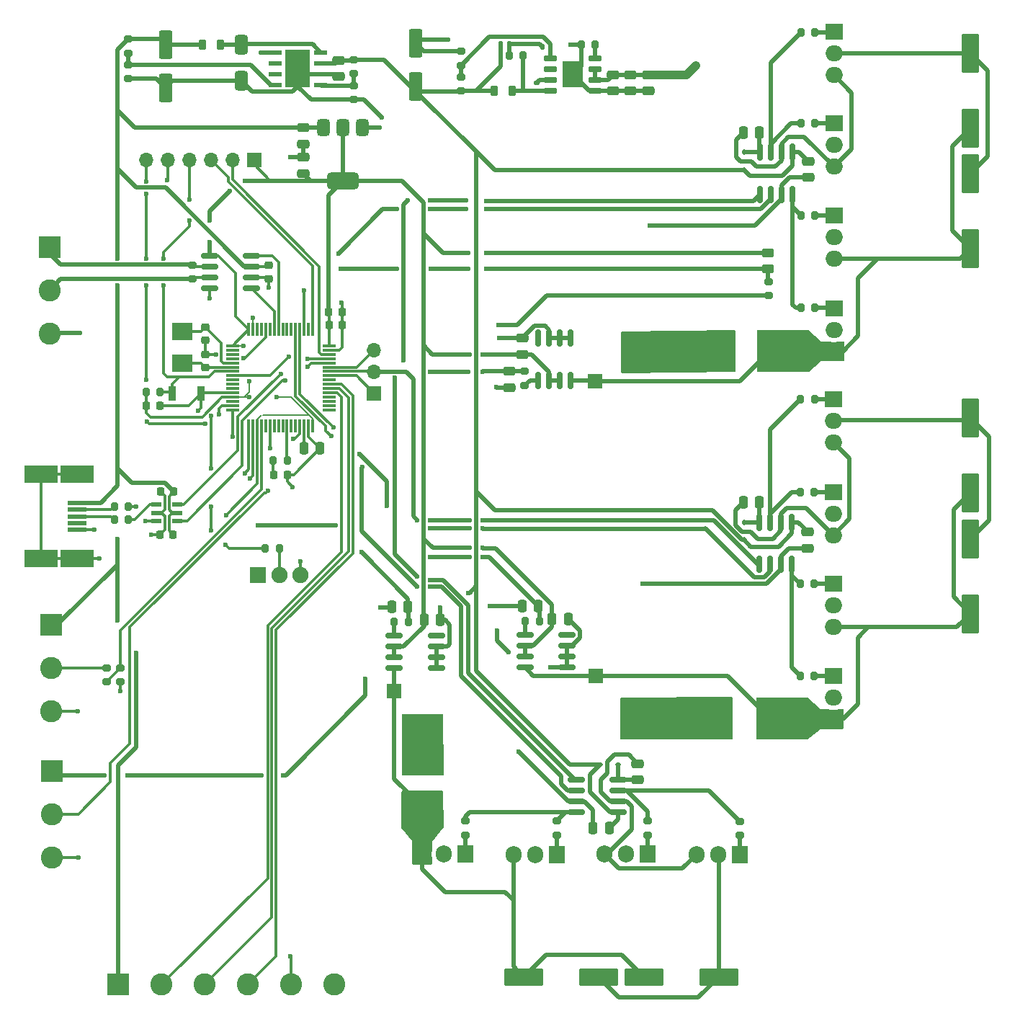
<source format=gbr>
%TF.GenerationSoftware,KiCad,Pcbnew,8.0.9-8.0.9-0~ubuntu24.04.1*%
%TF.CreationDate,2025-06-09T21:45:25+03:00*%
%TF.ProjectId,BLDC Motor Driver,424c4443-204d-46f7-946f-722044726976,rev?*%
%TF.SameCoordinates,Original*%
%TF.FileFunction,Copper,L1,Top*%
%TF.FilePolarity,Positive*%
%FSLAX46Y46*%
G04 Gerber Fmt 4.6, Leading zero omitted, Abs format (unit mm)*
G04 Created by KiCad (PCBNEW 8.0.9-8.0.9-0~ubuntu24.04.1) date 2025-06-09 21:45:25*
%MOMM*%
%LPD*%
G01*
G04 APERTURE LIST*
G04 Aperture macros list*
%AMRoundRect*
0 Rectangle with rounded corners*
0 $1 Rounding radius*
0 $2 $3 $4 $5 $6 $7 $8 $9 X,Y pos of 4 corners*
0 Add a 4 corners polygon primitive as box body*
4,1,4,$2,$3,$4,$5,$6,$7,$8,$9,$2,$3,0*
0 Add four circle primitives for the rounded corners*
1,1,$1+$1,$2,$3*
1,1,$1+$1,$4,$5*
1,1,$1+$1,$6,$7*
1,1,$1+$1,$8,$9*
0 Add four rect primitives between the rounded corners*
20,1,$1+$1,$2,$3,$4,$5,0*
20,1,$1+$1,$4,$5,$6,$7,0*
20,1,$1+$1,$6,$7,$8,$9,0*
20,1,$1+$1,$8,$9,$2,$3,0*%
G04 Aperture macros list end*
%TA.AperFunction,SMDPad,CuDef*%
%ADD10RoundRect,0.250000X-0.550000X1.412500X-0.550000X-1.412500X0.550000X-1.412500X0.550000X1.412500X0*%
%TD*%
%TA.AperFunction,SMDPad,CuDef*%
%ADD11RoundRect,0.200000X-0.275000X0.200000X-0.275000X-0.200000X0.275000X-0.200000X0.275000X0.200000X0*%
%TD*%
%TA.AperFunction,ComponentPad*%
%ADD12R,1.700000X1.700000*%
%TD*%
%TA.AperFunction,ComponentPad*%
%ADD13O,1.700000X1.700000*%
%TD*%
%TA.AperFunction,SMDPad,CuDef*%
%ADD14RoundRect,0.200000X-0.200000X-0.275000X0.200000X-0.275000X0.200000X0.275000X-0.200000X0.275000X0*%
%TD*%
%TA.AperFunction,SMDPad,CuDef*%
%ADD15RoundRect,0.250001X2.049999X0.799999X-2.049999X0.799999X-2.049999X-0.799999X2.049999X-0.799999X0*%
%TD*%
%TA.AperFunction,SMDPad,CuDef*%
%ADD16RoundRect,0.073750X-0.531250X-0.221250X0.531250X-0.221250X0.531250X0.221250X-0.531250X0.221250X0*%
%TD*%
%TA.AperFunction,SMDPad,CuDef*%
%ADD17RoundRect,0.250001X-0.799999X2.049999X-0.799999X-2.049999X0.799999X-2.049999X0.799999X2.049999X0*%
%TD*%
%TA.AperFunction,SMDPad,CuDef*%
%ADD18RoundRect,0.150000X-0.150000X0.825000X-0.150000X-0.825000X0.150000X-0.825000X0.150000X0.825000X0*%
%TD*%
%TA.AperFunction,SMDPad,CuDef*%
%ADD19RoundRect,0.200000X0.275000X-0.200000X0.275000X0.200000X-0.275000X0.200000X-0.275000X-0.200000X0*%
%TD*%
%TA.AperFunction,SMDPad,CuDef*%
%ADD20RoundRect,0.250000X0.250000X0.475000X-0.250000X0.475000X-0.250000X-0.475000X0.250000X-0.475000X0*%
%TD*%
%TA.AperFunction,SMDPad,CuDef*%
%ADD21RoundRect,0.150000X0.650000X0.150000X-0.650000X0.150000X-0.650000X-0.150000X0.650000X-0.150000X0*%
%TD*%
%TA.AperFunction,HeatsinkPad*%
%ADD22C,0.500000*%
%TD*%
%TA.AperFunction,HeatsinkPad*%
%ADD23R,2.410000X3.100000*%
%TD*%
%TA.AperFunction,SMDPad,CuDef*%
%ADD24RoundRect,0.140000X0.170000X-0.140000X0.170000X0.140000X-0.170000X0.140000X-0.170000X-0.140000X0*%
%TD*%
%TA.AperFunction,SMDPad,CuDef*%
%ADD25RoundRect,0.375000X-0.375000X0.625000X-0.375000X-0.625000X0.375000X-0.625000X0.375000X0.625000X0*%
%TD*%
%TA.AperFunction,SMDPad,CuDef*%
%ADD26RoundRect,0.500000X-1.400000X0.500000X-1.400000X-0.500000X1.400000X-0.500000X1.400000X0.500000X0*%
%TD*%
%TA.AperFunction,SMDPad,CuDef*%
%ADD27RoundRect,0.250000X0.475000X-0.250000X0.475000X0.250000X-0.475000X0.250000X-0.475000X-0.250000X0*%
%TD*%
%TA.AperFunction,ComponentPad*%
%ADD28R,2.600000X2.600000*%
%TD*%
%TA.AperFunction,ComponentPad*%
%ADD29C,2.600000*%
%TD*%
%TA.AperFunction,SMDPad,CuDef*%
%ADD30RoundRect,0.250000X-0.250000X-0.475000X0.250000X-0.475000X0.250000X0.475000X-0.250000X0.475000X0*%
%TD*%
%TA.AperFunction,ComponentPad*%
%ADD31R,2.000000X1.905000*%
%TD*%
%TA.AperFunction,ComponentPad*%
%ADD32O,2.000000X1.905000*%
%TD*%
%TA.AperFunction,SMDPad,CuDef*%
%ADD33RoundRect,0.200000X0.200000X0.275000X-0.200000X0.275000X-0.200000X-0.275000X0.200000X-0.275000X0*%
%TD*%
%TA.AperFunction,SMDPad,CuDef*%
%ADD34RoundRect,0.225000X-0.225000X-0.250000X0.225000X-0.250000X0.225000X0.250000X-0.225000X0.250000X0*%
%TD*%
%TA.AperFunction,SMDPad,CuDef*%
%ADD35RoundRect,0.225000X-0.250000X0.225000X-0.250000X-0.225000X0.250000X-0.225000X0.250000X0.225000X0*%
%TD*%
%TA.AperFunction,SMDPad,CuDef*%
%ADD36RoundRect,0.150000X0.150000X-0.825000X0.150000X0.825000X-0.150000X0.825000X-0.150000X-0.825000X0*%
%TD*%
%TA.AperFunction,SMDPad,CuDef*%
%ADD37R,0.900000X1.700000*%
%TD*%
%TA.AperFunction,SMDPad,CuDef*%
%ADD38RoundRect,0.250000X-0.475000X0.250000X-0.475000X-0.250000X0.475000X-0.250000X0.475000X0.250000X0*%
%TD*%
%TA.AperFunction,SMDPad,CuDef*%
%ADD39RoundRect,0.150000X0.825000X0.150000X-0.825000X0.150000X-0.825000X-0.150000X0.825000X-0.150000X0*%
%TD*%
%TA.AperFunction,SMDPad,CuDef*%
%ADD40RoundRect,0.250000X-0.450000X0.262500X-0.450000X-0.262500X0.450000X-0.262500X0.450000X0.262500X0*%
%TD*%
%TA.AperFunction,SMDPad,CuDef*%
%ADD41RoundRect,0.140000X0.140000X0.170000X-0.140000X0.170000X-0.140000X-0.170000X0.140000X-0.170000X0*%
%TD*%
%TA.AperFunction,SMDPad,CuDef*%
%ADD42RoundRect,0.250000X1.425000X-0.362500X1.425000X0.362500X-1.425000X0.362500X-1.425000X-0.362500X0*%
%TD*%
%TA.AperFunction,SMDPad,CuDef*%
%ADD43R,2.400000X2.000000*%
%TD*%
%TA.AperFunction,SMDPad,CuDef*%
%ADD44RoundRect,0.112500X0.187500X0.112500X-0.187500X0.112500X-0.187500X-0.112500X0.187500X-0.112500X0*%
%TD*%
%TA.AperFunction,SMDPad,CuDef*%
%ADD45RoundRect,0.150000X-0.825000X-0.150000X0.825000X-0.150000X0.825000X0.150000X-0.825000X0.150000X0*%
%TD*%
%TA.AperFunction,SMDPad,CuDef*%
%ADD46RoundRect,0.112500X-0.112500X0.187500X-0.112500X-0.187500X0.112500X-0.187500X0.112500X0.187500X0*%
%TD*%
%TA.AperFunction,SMDPad,CuDef*%
%ADD47RoundRect,0.250000X0.362500X1.425000X-0.362500X1.425000X-0.362500X-1.425000X0.362500X-1.425000X0*%
%TD*%
%TA.AperFunction,ComponentPad*%
%ADD48R,1.905000X2.000000*%
%TD*%
%TA.AperFunction,ComponentPad*%
%ADD49O,1.905000X2.000000*%
%TD*%
%TA.AperFunction,SMDPad,CuDef*%
%ADD50R,2.260600X0.508000*%
%TD*%
%TA.AperFunction,SMDPad,CuDef*%
%ADD51R,3.987800X2.057400*%
%TD*%
%TA.AperFunction,SMDPad,CuDef*%
%ADD52RoundRect,0.218750X0.218750X0.381250X-0.218750X0.381250X-0.218750X-0.381250X0.218750X-0.381250X0*%
%TD*%
%TA.AperFunction,SMDPad,CuDef*%
%ADD53RoundRect,0.225000X0.225000X0.250000X-0.225000X0.250000X-0.225000X-0.250000X0.225000X-0.250000X0*%
%TD*%
%TA.AperFunction,SMDPad,CuDef*%
%ADD54RoundRect,0.075000X-0.700000X-0.075000X0.700000X-0.075000X0.700000X0.075000X-0.700000X0.075000X0*%
%TD*%
%TA.AperFunction,SMDPad,CuDef*%
%ADD55RoundRect,0.075000X-0.075000X-0.700000X0.075000X-0.700000X0.075000X0.700000X-0.075000X0.700000X0*%
%TD*%
%TA.AperFunction,SMDPad,CuDef*%
%ADD56RoundRect,0.225000X0.250000X-0.225000X0.250000X0.225000X-0.250000X0.225000X-0.250000X-0.225000X0*%
%TD*%
%TA.AperFunction,SMDPad,CuDef*%
%ADD57RoundRect,0.387500X-0.387500X0.777500X-0.387500X-0.777500X0.387500X-0.777500X0.387500X0.777500X0*%
%TD*%
%TA.AperFunction,ComponentPad*%
%ADD58R,1.900000X1.900000*%
%TD*%
%TA.AperFunction,ComponentPad*%
%ADD59C,1.900000*%
%TD*%
%TA.AperFunction,SMDPad,CuDef*%
%ADD60RoundRect,0.218750X0.218750X0.256250X-0.218750X0.256250X-0.218750X-0.256250X0.218750X-0.256250X0*%
%TD*%
%TA.AperFunction,SMDPad,CuDef*%
%ADD61R,1.550000X0.600000*%
%TD*%
%TA.AperFunction,ComponentPad*%
%ADD62C,0.600000*%
%TD*%
%TA.AperFunction,SMDPad,CuDef*%
%ADD63R,2.600000X3.100000*%
%TD*%
%TA.AperFunction,SMDPad,CuDef*%
%ADD64R,2.950000X4.500000*%
%TD*%
%TA.AperFunction,ViaPad*%
%ADD65C,0.600000*%
%TD*%
%TA.AperFunction,ViaPad*%
%ADD66C,0.700000*%
%TD*%
%TA.AperFunction,Conductor*%
%ADD67C,0.500000*%
%TD*%
%TA.AperFunction,Conductor*%
%ADD68C,0.200000*%
%TD*%
%TA.AperFunction,Conductor*%
%ADD69C,0.300000*%
%TD*%
%TA.AperFunction,Conductor*%
%ADD70C,1.000000*%
%TD*%
G04 APERTURE END LIST*
D10*
%TO.P,C33,1*%
%TO.N,+5V*%
X121990489Y-44650537D03*
%TO.P,C33,2*%
%TO.N,GND*%
X121990489Y-49725537D03*
%TD*%
D11*
%TO.P,R23,1*%
%TO.N,/PowerStage/GL_C*%
X167955489Y-135880536D03*
%TO.P,R23,2*%
%TO.N,Net-(MOSFET10-G)*%
X167955489Y-137530536D03*
%TD*%
D12*
%TO.P,J5,1,Pin_1*%
%TO.N,+3.3V*%
X132400000Y-58200000D03*
D13*
%TO.P,J5,2,Pin_2*%
%TO.N,/SWDIO*%
X129860000Y-58200000D03*
%TO.P,J5,3,Pin_3*%
%TO.N,/SWCLK*%
X127320000Y-58200000D03*
%TO.P,J5,4,Pin_4*%
%TO.N,/NRST*%
X124780000Y-58200000D03*
%TO.P,J5,5,Pin_5*%
%TO.N,GND*%
X122240000Y-58200000D03*
%TO.P,J5,6,Pin_6*%
%TO.N,/UART_TX*%
X119700000Y-58200000D03*
%TD*%
D14*
%TO.P,R18,1*%
%TO.N,/PowerStage/GH_B*%
X196600000Y-97250000D03*
%TO.P,R18,2*%
%TO.N,Net-(MOSFET7-G)*%
X198250000Y-97250000D03*
%TD*%
D11*
%TO.P,R32,1*%
%TO.N,/RegulatorStage/VSENSE*%
X117577989Y-47013037D03*
%TO.P,R32,2*%
%TO.N,GND*%
X117577989Y-48663037D03*
%TD*%
D15*
%TO.P,C27,1*%
%TO.N,/POWER*%
X172900000Y-154200000D03*
%TO.P,C27,2*%
%TO.N,/TP_C*%
X164100000Y-154200000D03*
%TD*%
D16*
%TO.P,U1,1*%
%TO.N,/USB_DP*%
X120897500Y-98700000D03*
%TO.P,U1,2*%
%TO.N,GND*%
X120897500Y-99650000D03*
%TO.P,U1,3*%
%TO.N,/USB_DM*%
X120897500Y-100600000D03*
%TO.P,U1,4*%
%TO.N,/OTG_DM*%
X123407500Y-100600000D03*
%TO.P,U1,5*%
%TO.N,+5V*%
X123407500Y-99650000D03*
%TO.P,U1,6*%
%TO.N,/OTG_DP*%
X123407500Y-98700000D03*
%TD*%
D17*
%TO.P,C22,1*%
%TO.N,/POWER*%
X216600000Y-102700000D03*
%TO.P,C22,2*%
%TO.N,/TP_B*%
X216600000Y-111500000D03*
%TD*%
D18*
%TO.P,U5,1,IN-*%
%TO.N,GND*%
X169605489Y-79125536D03*
%TO.P,U5,2,GND*%
X168335489Y-79125536D03*
%TO.P,U5,3,REF2*%
X167065489Y-79125536D03*
%TO.P,U5,4,NC*%
%TO.N,unconnected-(U5-NC-Pad4)*%
X165795489Y-79125536D03*
%TO.P,U5,5,OUT*%
%TO.N,Net-(U5-OUT)*%
X165795489Y-84075536D03*
%TO.P,U5,6,VS*%
%TO.N,+3.3V*%
X167065489Y-84075536D03*
%TO.P,U5,7,REF1*%
X168335489Y-84075536D03*
%TO.P,U5,8,IN+*%
%TO.N,/TP_A*%
X169605489Y-84075536D03*
%TD*%
D19*
%TO.P,R14,1*%
%TO.N,Net-(U5-OUT)*%
X164200489Y-84700536D03*
%TO.P,R14,2*%
%TO.N,/CURR_A*%
X164200489Y-83050536D03*
%TD*%
D20*
%TO.P,C19,1*%
%TO.N,Net-(D3-K)*%
X191817500Y-98452451D03*
%TO.P,C19,2*%
%TO.N,/MOTOR_B*%
X189917500Y-98452451D03*
%TD*%
D21*
%TO.P,U11,1,GND*%
%TO.N,GND*%
X172502989Y-50038037D03*
%TO.P,U11,2,VIN*%
%TO.N,/POWER*%
X172502989Y-48768037D03*
%TO.P,U11,3,EN/UVLO*%
X172502989Y-47498037D03*
%TO.P,U11,4,RON*%
%TO.N,Net-(U11-RON)*%
X172502989Y-46228037D03*
%TO.P,U11,5,FB*%
%TO.N,/RegulatorStage/FB*%
X167202989Y-46228037D03*
%TO.P,U11,6,PGOOD*%
%TO.N,unconnected-(U11-PGOOD-Pad6)*%
X167202989Y-47498037D03*
%TO.P,U11,7,BST*%
%TO.N,/RegulatorStage/BST*%
X167202989Y-48768037D03*
%TO.P,U11,8,SW*%
%TO.N,/RegulatorStage/SW*%
X167202989Y-50038037D03*
D22*
%TO.P,U11,9,EP*%
%TO.N,GND*%
X170807989Y-49433037D03*
X170807989Y-48133037D03*
X170807989Y-46833037D03*
D23*
X169852989Y-48133037D03*
D22*
X168897989Y-49433037D03*
X168897989Y-48133037D03*
X168897989Y-46833037D03*
%TD*%
D24*
%TO.P,C32,1*%
%TO.N,Net-(U10-BOOT)*%
X133240489Y-45568037D03*
%TO.P,C32,2*%
%TO.N,Net-(U10-PH)*%
X133240489Y-44608037D03*
%TD*%
D25*
%TO.P,U12,1,GND*%
%TO.N,GND*%
X145150000Y-54350000D03*
%TO.P,U12,2,VO*%
%TO.N,+3.3V*%
X142850000Y-54350000D03*
D26*
X142850000Y-60650000D03*
D25*
%TO.P,U12,3,VI*%
%TO.N,+5V*%
X140550000Y-54350000D03*
%TD*%
D12*
%TO.P,J6,1,Pin_1*%
%TO.N,/TP_A*%
X172477989Y-84213037D03*
%TD*%
D19*
%TO.P,R6,1*%
%TO.N,/CANH*%
X125130000Y-72185000D03*
%TO.P,R6,2*%
%TO.N,/CANL*%
X125130000Y-70535000D03*
%TD*%
D14*
%TO.P,R19,1*%
%TO.N,/PowerStage/GL_B*%
X196575000Y-118800000D03*
%TO.P,R19,2*%
%TO.N,Net-(MOSFET8-G)*%
X198225000Y-118800000D03*
%TD*%
%TO.P,R5,1*%
%TO.N,Net-(D1-A)*%
X134650000Y-93500000D03*
%TO.P,R5,2*%
%TO.N,/LED_RED*%
X136300000Y-93500000D03*
%TD*%
D27*
%TO.P,C12,1*%
%TO.N,GND*%
X162400489Y-84925536D03*
%TO.P,C12,2*%
%TO.N,/CURR_A*%
X162400489Y-83025536D03*
%TD*%
D11*
%TO.P,R22,1*%
%TO.N,/PowerStage/GH_C*%
X189505489Y-135905536D03*
%TO.P,R22,2*%
%TO.N,Net-(MOSFET9-G)*%
X189505489Y-137555536D03*
%TD*%
D28*
%TO.P,J3,1,Pin_1*%
%TO.N,+5V*%
X108550000Y-112850000D03*
D29*
%TO.P,J3,2,Pin_2*%
%TO.N,Net-(J3-Pin_2)*%
X108550000Y-117930000D03*
%TO.P,J3,3,Pin_3*%
%TO.N,GND*%
X108550000Y-123010000D03*
%TD*%
D30*
%TO.P,C6,1*%
%TO.N,Net-(U2-VCAP_1)*%
X138250000Y-92100000D03*
%TO.P,C6,2*%
%TO.N,GND*%
X140150000Y-92100000D03*
%TD*%
D31*
%TO.P,MOSFET4,1,G*%
%TO.N,Net-(MOSFET4-G)*%
X200550000Y-75610000D03*
D32*
%TO.P,MOSFET4,2,D*%
%TO.N,/MOTOR_A*%
X200550000Y-78150000D03*
%TO.P,MOSFET4,3,S*%
%TO.N,/TP_A*%
X200550000Y-80690000D03*
%TD*%
D27*
%TO.P,C23,1*%
%TO.N,Net-(D4-K)*%
X177480489Y-131010536D03*
%TO.P,C23,2*%
%TO.N,/MOTOR_C*%
X177480489Y-129110536D03*
%TD*%
D14*
%TO.P,R26,1*%
%TO.N,Net-(U9-OUT)*%
X148852989Y-112493037D03*
%TO.P,R26,2*%
%TO.N,/CURR_C*%
X150502989Y-112493037D03*
%TD*%
D33*
%TO.P,R3,1*%
%TO.N,/NRST*%
X121350000Y-85500000D03*
%TO.P,R3,2*%
%TO.N,+3.3V*%
X119700000Y-85500000D03*
%TD*%
D11*
%TO.P,R29,1*%
%TO.N,Net-(U10-EN)*%
X144140489Y-49463037D03*
%TO.P,R29,2*%
%TO.N,GND*%
X144140489Y-51113037D03*
%TD*%
D14*
%TO.P,R12,1*%
%TO.N,/PowerStage/GH_A*%
X196650000Y-53900000D03*
%TO.P,R12,2*%
%TO.N,Net-(MOSFET3-G)*%
X198300000Y-53900000D03*
%TD*%
D10*
%TO.P,C38,1*%
%TO.N,GND*%
X151402989Y-44495537D03*
%TO.P,C38,2*%
%TO.N,+12V*%
X151402989Y-49570537D03*
%TD*%
D34*
%TO.P,C5,1*%
%TO.N,+3.3V*%
X119750000Y-87100000D03*
%TO.P,C5,2*%
%TO.N,GND*%
X121300000Y-87100000D03*
%TD*%
D35*
%TO.P,C3,1*%
%TO.N,/OSC_IN*%
X126700000Y-77825000D03*
%TO.P,C3,2*%
%TO.N,GND*%
X126700000Y-79375000D03*
%TD*%
D36*
%TO.P,U6,1,IN*%
%TO.N,/PWM_B*%
X191812500Y-105702451D03*
%TO.P,U6,2,~{SD}*%
%TO.N,/SD_B*%
X193082500Y-105702451D03*
%TO.P,U6,3,COM*%
%TO.N,GND*%
X194352500Y-105702451D03*
%TO.P,U6,4,LO*%
%TO.N,/PowerStage/GL_B*%
X195622500Y-105702451D03*
%TO.P,U6,5,VCC*%
%TO.N,+12V*%
X195622500Y-100752451D03*
%TO.P,U6,6,VS*%
%TO.N,/MOTOR_B*%
X194352500Y-100752451D03*
%TO.P,U6,7,HO*%
%TO.N,/PowerStage/GH_B*%
X193082500Y-100752451D03*
%TO.P,U6,8,VB*%
%TO.N,Net-(D3-K)*%
X191812500Y-100752451D03*
%TD*%
D27*
%TO.P,C39,1*%
%TO.N,+3.3V*%
X138200000Y-59800000D03*
%TO.P,C39,2*%
%TO.N,GND*%
X138200000Y-57900000D03*
%TD*%
D30*
%TO.P,C18,1*%
%TO.N,GND*%
X163925000Y-110595000D03*
%TO.P,C18,2*%
%TO.N,/CURR_B*%
X165825000Y-110595000D03*
%TD*%
D11*
%TO.P,R24,1*%
%TO.N,/PowerStage/GH_C*%
X178655489Y-135855536D03*
%TO.P,R24,2*%
%TO.N,Net-(MOSFET11-G)*%
X178655489Y-137505536D03*
%TD*%
D37*
%TO.P,SW1,1,1*%
%TO.N,GND*%
X126200000Y-85600000D03*
%TO.P,SW1,2,2*%
%TO.N,/NRST*%
X122800000Y-85600000D03*
%TD*%
D34*
%TO.P,C7,1*%
%TO.N,+3.3V*%
X141175000Y-76025000D03*
%TO.P,C7,2*%
%TO.N,GND*%
X142725000Y-76025000D03*
%TD*%
D38*
%TO.P,C31,1*%
%TO.N,/POWER*%
X174602989Y-48183037D03*
%TO.P,C31,2*%
%TO.N,GND*%
X174602989Y-50083037D03*
%TD*%
D11*
%TO.P,R31,1*%
%TO.N,+5V*%
X117590489Y-43988037D03*
%TO.P,R31,2*%
%TO.N,/RegulatorStage/VSENSE*%
X117590489Y-45638037D03*
%TD*%
D39*
%TO.P,U9,1,IN-*%
%TO.N,GND*%
X153827989Y-117913037D03*
%TO.P,U9,2,GND*%
X153827989Y-116643037D03*
%TO.P,U9,3,REF2*%
X153827989Y-115373037D03*
%TO.P,U9,4,NC*%
%TO.N,unconnected-(U9-NC-Pad4)*%
X153827989Y-114103037D03*
%TO.P,U9,5,OUT*%
%TO.N,Net-(U9-OUT)*%
X148877989Y-114103037D03*
%TO.P,U9,6,VS*%
%TO.N,+3.3V*%
X148877989Y-115373037D03*
%TO.P,U9,7,REF1*%
X148877989Y-116643037D03*
%TO.P,U9,8,IN+*%
%TO.N,/TP_C*%
X148877989Y-117913037D03*
%TD*%
D38*
%TO.P,C28,1*%
%TO.N,+12V*%
X142340489Y-46488037D03*
%TO.P,C28,2*%
%TO.N,GND*%
X142340489Y-48388037D03*
%TD*%
D33*
%TO.P,R33,1*%
%TO.N,/RegulatorStage/SW*%
X164027989Y-45883037D03*
%TO.P,R33,2*%
%TO.N,Net-(C35-Pad2)*%
X162377989Y-45883037D03*
%TD*%
D40*
%TO.P,10k1,1*%
%TO.N,+3.3V*%
X192794511Y-69144464D03*
%TO.P,10k1,2*%
%TO.N,/TEMP*%
X192794511Y-70969464D03*
%TD*%
D14*
%TO.P,R20,1*%
%TO.N,Net-(U7-OUT)*%
X164275000Y-112395000D03*
%TO.P,R20,2*%
%TO.N,/CURR_B*%
X165925000Y-112395000D03*
%TD*%
D31*
%TO.P,MOSFET8,1,G*%
%TO.N,Net-(MOSFET8-G)*%
X200490000Y-118810000D03*
D32*
%TO.P,MOSFET8,2,D*%
%TO.N,/MOTOR_B*%
X200490000Y-121350000D03*
%TO.P,MOSFET8,3,S*%
%TO.N,/TP_B*%
X200490000Y-123890000D03*
%TD*%
D31*
%TO.P,MOSFET1,1,G*%
%TO.N,Net-(MOSFET1-G)*%
X200565000Y-43170000D03*
D32*
%TO.P,MOSFET1,2,D*%
%TO.N,/POWER*%
X200565000Y-45710000D03*
%TO.P,MOSFET1,3,S*%
%TO.N,/MOTOR_A*%
X200565000Y-48250000D03*
%TD*%
D41*
%TO.P,C36,1*%
%TO.N,Net-(C35-Pad2)*%
X162382989Y-44583037D03*
%TO.P,C36,2*%
%TO.N,+12V*%
X161422989Y-44583037D03*
%TD*%
D20*
%TO.P,C21,1*%
%TO.N,+12V*%
X174127989Y-136710536D03*
%TO.P,C21,2*%
%TO.N,GND*%
X172227989Y-136710536D03*
%TD*%
D42*
%TO.P,R27,1*%
%TO.N,/TP_C*%
X152227989Y-134263037D03*
%TO.P,R27,2*%
%TO.N,GND*%
X152227989Y-128338037D03*
%TD*%
D43*
%TO.P,Y1,1,1*%
%TO.N,/OSC_OUT*%
X123972011Y-82066963D03*
%TO.P,Y1,2,2*%
%TO.N,/OSC_IN*%
X123972011Y-78366963D03*
%TD*%
D31*
%TO.P,MOSFET3,1,G*%
%TO.N,Net-(MOSFET3-G)*%
X200550000Y-53910000D03*
D32*
%TO.P,MOSFET3,2,D*%
%TO.N,/POWER*%
X200550000Y-56450000D03*
%TO.P,MOSFET3,3,S*%
%TO.N,/MOTOR_A*%
X200550000Y-58990000D03*
%TD*%
D14*
%TO.P,R2,1*%
%TO.N,Net-(J1-D+)*%
X115975000Y-100450000D03*
%TO.P,R2,2*%
%TO.N,/USB_DP*%
X117625000Y-100450000D03*
%TD*%
D44*
%TO.P,D4,1,K*%
%TO.N,Net-(D4-K)*%
X175180489Y-129210536D03*
%TO.P,D4,2,A*%
%TO.N,+12V*%
X173080489Y-129210536D03*
%TD*%
D45*
%TO.P,U8,1,IN*%
%TO.N,/PWM_C*%
X170250489Y-131020536D03*
%TO.P,U8,2,~{SD}*%
%TO.N,/SD_C*%
X170250489Y-132290536D03*
%TO.P,U8,3,COM*%
%TO.N,GND*%
X170250489Y-133560536D03*
%TO.P,U8,4,LO*%
%TO.N,/PowerStage/GL_C*%
X170250489Y-134830536D03*
%TO.P,U8,5,VCC*%
%TO.N,+12V*%
X175200489Y-134830536D03*
%TO.P,U8,6,VS*%
%TO.N,/MOTOR_C*%
X175200489Y-133560536D03*
%TO.P,U8,7,HO*%
%TO.N,/PowerStage/GH_C*%
X175200489Y-132290536D03*
%TO.P,U8,8,VB*%
%TO.N,Net-(D4-K)*%
X175200489Y-131020536D03*
%TD*%
D38*
%TO.P,C10,1*%
%TO.N,+12V*%
X197526250Y-58357501D03*
%TO.P,C10,2*%
%TO.N,GND*%
X197526250Y-60257501D03*
%TD*%
D46*
%TO.P,D3,1,K*%
%TO.N,Net-(D3-K)*%
X189967500Y-100752451D03*
%TO.P,D3,2,A*%
%TO.N,+12V*%
X189967500Y-102852451D03*
%TD*%
D33*
%TO.P,R30,1*%
%TO.N,Net-(U11-RON)*%
X172477989Y-44633037D03*
%TO.P,R30,2*%
%TO.N,GND*%
X170827989Y-44633037D03*
%TD*%
D11*
%TO.P,R28,1*%
%TO.N,+12V*%
X144140489Y-46413037D03*
%TO.P,R28,2*%
%TO.N,Net-(U10-EN)*%
X144140489Y-48063037D03*
%TD*%
D19*
%TO.P,R34,1*%
%TO.N,+12V*%
X156702989Y-50108037D03*
%TO.P,R34,2*%
%TO.N,/RegulatorStage/FB*%
X156702989Y-48458037D03*
%TD*%
D38*
%TO.P,C30,1*%
%TO.N,/POWER*%
X176652989Y-48183037D03*
%TO.P,C30,2*%
%TO.N,GND*%
X176652989Y-50083037D03*
%TD*%
D47*
%TO.P,R21,1*%
%TO.N,/TP_B*%
X193062500Y-123800000D03*
%TO.P,R21,2*%
%TO.N,GND*%
X187137500Y-123800000D03*
%TD*%
D48*
%TO.P,MOSFET11,1,G*%
%TO.N,Net-(MOSFET11-G)*%
X178645489Y-139755536D03*
D49*
%TO.P,MOSFET11,2,D*%
%TO.N,/POWER*%
X176105489Y-139755536D03*
%TO.P,MOSFET11,3,S*%
%TO.N,/MOTOR_C*%
X173565489Y-139755536D03*
%TD*%
D14*
%TO.P,R10,1*%
%TO.N,/PowerStage/GH_A*%
X196675000Y-43200000D03*
%TO.P,R10,2*%
%TO.N,Net-(MOSFET1-G)*%
X198325000Y-43200000D03*
%TD*%
D20*
%TO.P,C13,1*%
%TO.N,Net-(D2-K)*%
X191796250Y-55000000D03*
%TO.P,C13,2*%
%TO.N,/MOTOR_A*%
X189896250Y-55000000D03*
%TD*%
D39*
%TO.P,U3,1,TXD*%
%TO.N,/CAN_TX*%
X132105000Y-73270000D03*
%TO.P,U3,2,GND*%
%TO.N,GND*%
X132105000Y-72000000D03*
%TO.P,U3,3,VCC*%
%TO.N,+5V*%
X132105000Y-70730000D03*
%TO.P,U3,4,RXD*%
%TO.N,/CAN_RX*%
X132105000Y-69460000D03*
%TO.P,U3,5,VIO*%
%TO.N,+3.3V*%
X127155000Y-69460000D03*
%TO.P,U3,6,CANL*%
%TO.N,/CANL*%
X127155000Y-70730000D03*
%TO.P,U3,7,CANH*%
%TO.N,/CANH*%
X127155000Y-72000000D03*
%TO.P,U3,8,S*%
%TO.N,GND*%
X127155000Y-73270000D03*
%TD*%
D33*
%TO.P,R4,1*%
%TO.N,Net-(R4-Pad1)*%
X135355000Y-103856249D03*
%TO.P,R4,2*%
%TO.N,/BOOT0*%
X133705000Y-103856249D03*
%TD*%
D11*
%TO.P,R9,1*%
%TO.N,/THROTTLE*%
X116700000Y-117875000D03*
%TO.P,R9,2*%
%TO.N,GND*%
X116700000Y-119525000D03*
%TD*%
D48*
%TO.P,MOSFET12,1,G*%
%TO.N,Net-(MOSFET12-G)*%
X157255489Y-139755536D03*
D49*
%TO.P,MOSFET12,2,D*%
%TO.N,/MOTOR_C*%
X154715489Y-139755536D03*
%TO.P,MOSFET12,3,S*%
%TO.N,/TP_C*%
X152175489Y-139755536D03*
%TD*%
D19*
%TO.P,R7,1*%
%TO.N,GND*%
X192844511Y-74119464D03*
%TO.P,R7,2*%
%TO.N,/TEMP*%
X192844511Y-72469464D03*
%TD*%
D28*
%TO.P,J2,1,Pin_1*%
%TO.N,/CANL*%
X108345000Y-68415000D03*
D29*
%TO.P,J2,2,Pin_2*%
%TO.N,/CANH*%
X108345000Y-73495000D03*
%TO.P,J2,3,Pin_3*%
%TO.N,GND*%
X108345000Y-78575000D03*
%TD*%
D36*
%TO.P,U4,1,IN*%
%TO.N,/PWM_A*%
X191836250Y-62250000D03*
%TO.P,U4,2,~{SD}*%
%TO.N,/SD_A*%
X193106250Y-62250000D03*
%TO.P,U4,3,COM*%
%TO.N,GND*%
X194376250Y-62250000D03*
%TO.P,U4,4,LO*%
%TO.N,/PowerStage/GL_A*%
X195646250Y-62250000D03*
%TO.P,U4,5,VCC*%
%TO.N,+12V*%
X195646250Y-57300000D03*
%TO.P,U4,6,VS*%
%TO.N,/MOTOR_A*%
X194376250Y-57300000D03*
%TO.P,U4,7,HO*%
%TO.N,/PowerStage/GH_A*%
X193106250Y-57300000D03*
%TO.P,U4,8,VB*%
%TO.N,Net-(D2-K)*%
X191836250Y-57300000D03*
%TD*%
D12*
%TO.P,J7,1,Pin_1*%
%TO.N,/TP_B*%
X172522011Y-118781963D03*
%TD*%
D14*
%TO.P,R11,1*%
%TO.N,/PowerStage/GL_A*%
X196675000Y-64700000D03*
%TO.P,R11,2*%
%TO.N,Net-(MOSFET2-G)*%
X198325000Y-64700000D03*
%TD*%
D30*
%TO.P,C24,1*%
%TO.N,+3.3V*%
X152377989Y-112243037D03*
%TO.P,C24,2*%
%TO.N,GND*%
X154277989Y-112243037D03*
%TD*%
D17*
%TO.P,C15,1*%
%TO.N,/POWER*%
X216600000Y-59800000D03*
%TO.P,C15,2*%
%TO.N,/TP_A*%
X216600000Y-68600000D03*
%TD*%
D38*
%TO.P,C29,1*%
%TO.N,/POWER*%
X178702989Y-48183037D03*
%TO.P,C29,2*%
%TO.N,GND*%
X178702989Y-50083037D03*
%TD*%
D50*
%TO.P,J1,1,VBUS*%
%TO.N,+5V*%
X111600000Y-98469650D03*
%TO.P,J1,2,D-*%
%TO.N,Net-(J1-D-)*%
X111600000Y-99269650D03*
%TO.P,J1,3,D+*%
%TO.N,Net-(J1-D+)*%
X111600000Y-100069650D03*
%TO.P,J1,4,ID*%
%TO.N,unconnected-(J1-ID-Pad4)*%
X111600000Y-100869650D03*
%TO.P,J1,5,GND*%
%TO.N,GND*%
X111600000Y-101669650D03*
D51*
%TO.P,J1,6*%
%TO.N,N/C*%
X111575000Y-95144650D03*
%TO.P,J1,7*%
X111575000Y-104994650D03*
%TO.P,J1,8*%
X107375000Y-95144650D03*
%TO.P,J1,9*%
X107375000Y-104994650D03*
%TD*%
D41*
%TO.P,C35,1*%
%TO.N,/RegulatorStage/FB*%
X167232989Y-44883037D03*
%TO.P,C35,2*%
%TO.N,Net-(C35-Pad2)*%
X166272989Y-44883037D03*
%TD*%
D52*
%TO.P,L1,1,1*%
%TO.N,Net-(U10-PH)*%
X128452989Y-44638037D03*
%TO.P,L1,2,2*%
%TO.N,+5V*%
X126327989Y-44638037D03*
%TD*%
D17*
%TO.P,C20,1*%
%TO.N,/POWER*%
X216600000Y-88500000D03*
%TO.P,C20,2*%
%TO.N,/TP_B*%
X216600000Y-97300000D03*
%TD*%
D47*
%TO.P,R15,1*%
%TO.N,/TP_A*%
X193062500Y-80650000D03*
%TO.P,R15,2*%
%TO.N,GND*%
X187137500Y-80650000D03*
%TD*%
D53*
%TO.P,C1,1*%
%TO.N,+5V*%
X122877500Y-102200000D03*
%TO.P,C1,2*%
%TO.N,GND*%
X121327500Y-102200000D03*
%TD*%
D11*
%TO.P,R25,1*%
%TO.N,/PowerStage/GL_C*%
X157255489Y-135855536D03*
%TO.P,R25,2*%
%TO.N,Net-(MOSFET12-G)*%
X157255489Y-137505536D03*
%TD*%
D53*
%TO.P,C2,1*%
%TO.N,+5V*%
X122977500Y-97150000D03*
%TO.P,C2,2*%
%TO.N,GND*%
X121427500Y-97150000D03*
%TD*%
D31*
%TO.P,MOSFET7,1,G*%
%TO.N,Net-(MOSFET7-G)*%
X200500000Y-97220000D03*
D32*
%TO.P,MOSFET7,2,D*%
%TO.N,/POWER*%
X200500000Y-99760000D03*
%TO.P,MOSFET7,3,S*%
%TO.N,/MOTOR_B*%
X200500000Y-102300000D03*
%TD*%
D14*
%TO.P,R13,1*%
%TO.N,/PowerStage/GL_A*%
X196650000Y-75600000D03*
%TO.P,R13,2*%
%TO.N,Net-(MOSFET4-G)*%
X198300000Y-75600000D03*
%TD*%
D30*
%TO.P,C25,1*%
%TO.N,GND*%
X148577989Y-110693037D03*
%TO.P,C25,2*%
%TO.N,/CURR_C*%
X150477989Y-110693037D03*
%TD*%
D46*
%TO.P,D2,1,K*%
%TO.N,Net-(D2-K)*%
X190026250Y-57275000D03*
%TO.P,D2,2,A*%
%TO.N,+12V*%
X190026250Y-59375000D03*
%TD*%
D14*
%TO.P,R17,1*%
%TO.N,/PowerStage/GL_B*%
X196575000Y-108000000D03*
%TO.P,R17,2*%
%TO.N,Net-(MOSFET6-G)*%
X198225000Y-108000000D03*
%TD*%
D48*
%TO.P,MOSFET10,1,G*%
%TO.N,Net-(MOSFET10-G)*%
X167955489Y-139785536D03*
D49*
%TO.P,MOSFET10,2,D*%
%TO.N,/MOTOR_C*%
X165415489Y-139785536D03*
%TO.P,MOSFET10,3,S*%
%TO.N,/TP_C*%
X162875489Y-139785536D03*
%TD*%
D24*
%TO.P,C34,1*%
%TO.N,/RegulatorStage/SW*%
X165602989Y-50063037D03*
%TO.P,C34,2*%
%TO.N,/RegulatorStage/BST*%
X165602989Y-49103037D03*
%TD*%
D33*
%TO.P,R1,1*%
%TO.N,/USB_DM*%
X117625000Y-98900000D03*
%TO.P,R1,2*%
%TO.N,Net-(J1-D-)*%
X115975000Y-98900000D03*
%TD*%
D48*
%TO.P,MOSFET9,1,G*%
%TO.N,Net-(MOSFET9-G)*%
X189510489Y-139785536D03*
D49*
%TO.P,MOSFET9,2,D*%
%TO.N,/POWER*%
X186970489Y-139785536D03*
%TO.P,MOSFET9,3,S*%
%TO.N,/MOTOR_C*%
X184430489Y-139785536D03*
%TD*%
D31*
%TO.P,MOSFET2,1,G*%
%TO.N,Net-(MOSFET2-G)*%
X200550000Y-64710000D03*
D32*
%TO.P,MOSFET2,2,D*%
%TO.N,/MOTOR_A*%
X200550000Y-67250000D03*
%TO.P,MOSFET2,3,S*%
%TO.N,/TP_A*%
X200550000Y-69790000D03*
%TD*%
D54*
%TO.P,U2,1,VBAT*%
%TO.N,+3.3V*%
X129850000Y-80050000D03*
%TO.P,U2,2,PC13*%
%TO.N,unconnected-(U2-PC13-Pad2)*%
X129850000Y-80550000D03*
%TO.P,U2,3,PC14*%
%TO.N,unconnected-(U2-PC14-Pad3)*%
X129850000Y-81050000D03*
%TO.P,U2,4,PC15*%
%TO.N,unconnected-(U2-PC15-Pad4)*%
X129850000Y-81550000D03*
%TO.P,U2,5,PH0(OSC_IN)*%
%TO.N,/OSC_IN*%
X129850000Y-82050000D03*
%TO.P,U2,6,PH1(OSC_OUT)*%
%TO.N,/OSC_OUT*%
X129850000Y-82550000D03*
%TO.P,U2,7,NRST*%
%TO.N,/NRST*%
X129850000Y-83050000D03*
%TO.P,U2,8,PC0(ADC1_IN10)*%
%TO.N,/TEMP*%
X129850000Y-83550000D03*
%TO.P,U2,9,PC1(ADC1_IN11)*%
%TO.N,unconnected-(U2-PC1-Pad9)*%
X129850000Y-84050000D03*
%TO.P,U2,10,PC2(ADC1_IN12)*%
%TO.N,unconnected-(U2-PC2-Pad10)*%
X129850000Y-84550000D03*
%TO.P,U2,11,PC3*%
%TO.N,unconnected-(U2-PC3-Pad11)*%
X129850000Y-85050000D03*
%TO.P,U2,12,VSSA*%
%TO.N,GND*%
X129850000Y-85550000D03*
%TO.P,U2,13,VDDA*%
%TO.N,+3.3V*%
X129850000Y-86050000D03*
%TO.P,U2,14,PA0*%
%TO.N,unconnected-(U2-PA0-Pad14)*%
X129850000Y-86550000D03*
%TO.P,U2,15,PA1(ADC1_IN1)*%
%TO.N,/CURR_A*%
X129850000Y-87050000D03*
%TO.P,U2,16,PA2(ADC1_IN2)*%
%TO.N,/CURR_B*%
X129850000Y-87550000D03*
D55*
%TO.P,U2,17,PA3(ADC1_IN3)*%
%TO.N,/CURR_C*%
X131775000Y-89475000D03*
%TO.P,U2,18,VSS*%
%TO.N,GND*%
X132275000Y-89475000D03*
%TO.P,U2,19,VDD*%
%TO.N,+3.3V*%
X132775000Y-89475000D03*
%TO.P,U2,20,PA4(ADC1_IN4)*%
%TO.N,/THROTTLE*%
X133275000Y-89475000D03*
%TO.P,U2,21,PA5*%
%TO.N,unconnected-(U2-PA5-Pad21)*%
X133775000Y-89475000D03*
%TO.P,U2,22,PA6(TIM3_CH1)*%
%TO.N,/FAN*%
X134275000Y-89475000D03*
%TO.P,U2,23,PA7*%
%TO.N,unconnected-(U2-PA7-Pad23)*%
X134775000Y-89475000D03*
%TO.P,U2,24,PC4*%
%TO.N,unconnected-(U2-PC4-Pad24)*%
X135275000Y-89475000D03*
%TO.P,U2,25,PC5*%
%TO.N,unconnected-(U2-PC5-Pad25)*%
X135775000Y-89475000D03*
%TO.P,U2,26,PB0*%
%TO.N,/LED_RED*%
X136275000Y-89475000D03*
%TO.P,U2,27,PB1*%
%TO.N,unconnected-(U2-PB1-Pad27)*%
X136775000Y-89475000D03*
%TO.P,U2,28,PB2*%
%TO.N,unconnected-(U2-PB2-Pad28)*%
X137275000Y-89475000D03*
%TO.P,U2,29,PB10(USART3_TX)*%
%TO.N,/UART_TX*%
X137775000Y-89475000D03*
%TO.P,U2,30,VCAP_1*%
%TO.N,Net-(U2-VCAP_1)*%
X138275000Y-89475000D03*
%TO.P,U2,31,VSS*%
%TO.N,GND*%
X138775000Y-89475000D03*
%TO.P,U2,32,VDD*%
%TO.N,+3.3V*%
X139275000Y-89475000D03*
D54*
%TO.P,U2,33,PB12*%
%TO.N,unconnected-(U2-PB12-Pad33)*%
X141200000Y-87550000D03*
%TO.P,U2,34,PB13*%
%TO.N,unconnected-(U2-PB13-Pad34)*%
X141200000Y-87050000D03*
%TO.P,U2,35,PB14*%
%TO.N,unconnected-(U2-PB14-Pad35)*%
X141200000Y-86550000D03*
%TO.P,U2,36,PB15*%
%TO.N,unconnected-(U2-PB15-Pad36)*%
X141200000Y-86050000D03*
%TO.P,U2,37,PC6*%
%TO.N,/HALL_A*%
X141200000Y-85550000D03*
%TO.P,U2,38,PC7*%
%TO.N,/HALL_B*%
X141200000Y-85050000D03*
%TO.P,U2,39,PC8*%
%TO.N,/HALL_C*%
X141200000Y-84550000D03*
%TO.P,U2,40,PC9*%
%TO.N,unconnected-(U2-PC9-Pad40)*%
X141200000Y-84050000D03*
%TO.P,U2,41,PA8(TIM1_CH1)*%
%TO.N,/PWM_A*%
X141200000Y-83550000D03*
%TO.P,U2,42,PA9(TIM1_CH2)*%
%TO.N,/PWM_B*%
X141200000Y-83050000D03*
%TO.P,U2,43,PA10(TIM1_CH3)*%
%TO.N,/PWM_C*%
X141200000Y-82550000D03*
%TO.P,U2,44,PA11(OTG_DM)*%
%TO.N,/OTG_DM*%
X141200000Y-82050000D03*
%TO.P,U2,45,PA12(OTG_DP)*%
%TO.N,/OTG_DP*%
X141200000Y-81550000D03*
%TO.P,U2,46,PA13((SWDIO))*%
%TO.N,/SWDIO*%
X141200000Y-81050000D03*
%TO.P,U2,47,VSS*%
%TO.N,GND*%
X141200000Y-80550000D03*
%TO.P,U2,48,VDD*%
%TO.N,+3.3V*%
X141200000Y-80050000D03*
D55*
%TO.P,U2,49,PA14(SWCLK)*%
%TO.N,/SWCLK*%
X139275000Y-78125000D03*
%TO.P,U2,50,PA15*%
%TO.N,unconnected-(U2-PA15-Pad50)*%
X138775000Y-78125000D03*
%TO.P,U2,51,PC10*%
%TO.N,/SD_A*%
X138275000Y-78125000D03*
%TO.P,U2,52,PC11*%
%TO.N,/SD_B*%
X137775000Y-78125000D03*
%TO.P,U2,53,PC12*%
%TO.N,/SD_C*%
X137275000Y-78125000D03*
%TO.P,U2,54,PD2*%
%TO.N,unconnected-(U2-PD2-Pad54)*%
X136775000Y-78125000D03*
%TO.P,U2,55,PB3*%
%TO.N,unconnected-(U2-PB3-Pad55)*%
X136275000Y-78125000D03*
%TO.P,U2,56,PB4*%
%TO.N,unconnected-(U2-PB4-Pad56)*%
X135775000Y-78125000D03*
%TO.P,U2,57,PB5(CAN2_RX)*%
%TO.N,/CAN_RX*%
X135275000Y-78125000D03*
%TO.P,U2,58,PB6(CAN2_TX)*%
%TO.N,/CAN_TX*%
X134775000Y-78125000D03*
%TO.P,U2,59,PB7*%
%TO.N,unconnected-(U2-PB7-Pad59)*%
X134275000Y-78125000D03*
%TO.P,U2,60,BOOT0*%
%TO.N,/BOOT0*%
X133775000Y-78125000D03*
%TO.P,U2,61,PB8*%
%TO.N,unconnected-(U2-PB8-Pad61)*%
X133275000Y-78125000D03*
%TO.P,U2,62,PB9*%
%TO.N,unconnected-(U2-PB9-Pad62)*%
X132775000Y-78125000D03*
%TO.P,U2,63,VSS*%
%TO.N,GND*%
X132275000Y-78125000D03*
%TO.P,U2,64,VDD*%
%TO.N,+3.3V*%
X131775000Y-78125000D03*
%TD*%
D30*
%TO.P,C17,1*%
%TO.N,+3.3V*%
X167425000Y-112145000D03*
%TO.P,C17,2*%
%TO.N,GND*%
X169325000Y-112145000D03*
%TD*%
D28*
%TO.P,J4,1,Pin_1*%
%TO.N,+5V*%
X116400000Y-155100000D03*
D29*
%TO.P,J4,2,Pin_2*%
%TO.N,/HALL_A*%
X121480000Y-155100000D03*
%TO.P,J4,3,Pin_3*%
%TO.N,/HALL_B*%
X126560000Y-155100000D03*
%TO.P,J4,4,Pin_4*%
%TO.N,/HALL_C*%
X131640000Y-155100000D03*
%TO.P,J4,5,Pin_5*%
%TO.N,GND*%
X136720000Y-155100000D03*
%TO.P,J4,6,Pin_6*%
%TO.N,unconnected-(J4-Pin_6-Pad6)*%
X141800000Y-155100000D03*
%TD*%
D15*
%TO.P,C26,1*%
%TO.N,/POWER*%
X187000000Y-154200000D03*
%TO.P,C26,2*%
%TO.N,/TP_C*%
X178200000Y-154200000D03*
%TD*%
D17*
%TO.P,C14,1*%
%TO.N,/POWER*%
X216600000Y-45700000D03*
%TO.P,C14,2*%
%TO.N,/TP_A*%
X216600000Y-54500000D03*
%TD*%
D27*
%TO.P,C11,1*%
%TO.N,+3.3V*%
X163895489Y-81025536D03*
%TO.P,C11,2*%
%TO.N,GND*%
X163895489Y-79125536D03*
%TD*%
D35*
%TO.P,C9,1*%
%TO.N,+5V*%
X134130000Y-70585000D03*
%TO.P,C9,2*%
%TO.N,GND*%
X134130000Y-72135000D03*
%TD*%
D56*
%TO.P,C4,1*%
%TO.N,/OSC_OUT*%
X126700000Y-82600000D03*
%TO.P,C4,2*%
%TO.N,GND*%
X126700000Y-81050000D03*
%TD*%
D31*
%TO.P,MOSFET5,1,G*%
%TO.N,Net-(MOSFET5-G)*%
X200520000Y-86300000D03*
D32*
%TO.P,MOSFET5,2,D*%
%TO.N,/POWER*%
X200520000Y-88840000D03*
%TO.P,MOSFET5,3,S*%
%TO.N,/MOTOR_B*%
X200520000Y-91380000D03*
%TD*%
D57*
%TO.P,D5,A*%
%TO.N,GND*%
X130940489Y-48923037D03*
%TO.P,D5,C*%
%TO.N,Net-(U10-PH)*%
X130940489Y-44653037D03*
%TD*%
D19*
%TO.P,R35,1*%
%TO.N,/RegulatorStage/FB*%
X156702989Y-47083037D03*
%TO.P,R35,2*%
%TO.N,GND*%
X156702989Y-45433037D03*
%TD*%
D12*
%TO.P,J8,1,Pin_1*%
%TO.N,/TP_C*%
X148877989Y-120593037D03*
%TD*%
D39*
%TO.P,U7,1,IN-*%
%TO.N,GND*%
X169200000Y-117800000D03*
%TO.P,U7,2,GND*%
X169200000Y-116530000D03*
%TO.P,U7,3,REF2*%
X169200000Y-115260000D03*
%TO.P,U7,4,NC*%
%TO.N,unconnected-(U7-NC-Pad4)*%
X169200000Y-113990000D03*
%TO.P,U7,5,OUT*%
%TO.N,Net-(U7-OUT)*%
X164250000Y-113990000D03*
%TO.P,U7,6,VS*%
%TO.N,+3.3V*%
X164250000Y-115260000D03*
%TO.P,U7,7,REF1*%
X164250000Y-116530000D03*
%TO.P,U7,8,IN+*%
%TO.N,/TP_B*%
X164250000Y-117800000D03*
%TD*%
D31*
%TO.P,MOSFET6,1,G*%
%TO.N,Net-(MOSFET6-G)*%
X200500000Y-108020000D03*
D32*
%TO.P,MOSFET6,2,D*%
%TO.N,/MOTOR_B*%
X200500000Y-110560000D03*
%TO.P,MOSFET6,3,S*%
%TO.N,/TP_B*%
X200500000Y-113100000D03*
%TD*%
D38*
%TO.P,C37,1*%
%TO.N,+5V*%
X138200000Y-54400000D03*
%TO.P,C37,2*%
%TO.N,GND*%
X138200000Y-56300000D03*
%TD*%
D11*
%TO.P,R8,1*%
%TO.N,Net-(J3-Pin_2)*%
X115100000Y-117875000D03*
%TO.P,R8,2*%
%TO.N,/THROTTLE*%
X115100000Y-119525000D03*
%TD*%
D58*
%TO.P,S1,1*%
%TO.N,+3.3V*%
X132850000Y-106938750D03*
D59*
%TO.P,S1,2*%
%TO.N,Net-(R4-Pad1)*%
X135350000Y-106938750D03*
%TO.P,S1,3*%
%TO.N,GND*%
X137850000Y-106938750D03*
%TD*%
D12*
%TO.P,J9,1,Pin_1*%
%TO.N,/PWM_A*%
X146500000Y-85600000D03*
D13*
%TO.P,J9,2,Pin_2*%
%TO.N,/PWM_B*%
X146500000Y-83060000D03*
%TO.P,J9,3,Pin_3*%
%TO.N,/PWM_C*%
X146500000Y-80520000D03*
%TD*%
D14*
%TO.P,R16,1*%
%TO.N,/PowerStage/GH_B*%
X196625000Y-86300000D03*
%TO.P,R16,2*%
%TO.N,Net-(MOSFET5-G)*%
X198275000Y-86300000D03*
%TD*%
D34*
%TO.P,C8,1*%
%TO.N,+3.3V*%
X141200000Y-77575000D03*
%TO.P,C8,2*%
%TO.N,GND*%
X142750000Y-77575000D03*
%TD*%
D60*
%TO.P,D1,1,K*%
%TO.N,GND*%
X136287500Y-95200000D03*
%TO.P,D1,2,A*%
%TO.N,Net-(D1-A)*%
X134712500Y-95200000D03*
%TD*%
D28*
%TO.P,J10,1,Pin_1*%
%TO.N,+12V*%
X108600000Y-129970000D03*
D29*
%TO.P,J10,2,Pin_2*%
%TO.N,/FAN*%
X108600000Y-135050000D03*
%TO.P,J10,3,Pin_3*%
%TO.N,GND*%
X108600000Y-140130000D03*
%TD*%
D61*
%TO.P,U10,1,BOOT*%
%TO.N,Net-(U10-BOOT)*%
X134840489Y-45578037D03*
%TO.P,U10,2,NC*%
%TO.N,unconnected-(U10-NC-Pad2)*%
X134840489Y-46848037D03*
%TO.P,U10,3,NC*%
%TO.N,unconnected-(U10-NC-Pad3)*%
X134840489Y-48118037D03*
%TO.P,U10,4,VSENSE*%
%TO.N,/RegulatorStage/VSENSE*%
X134840489Y-49388037D03*
%TO.P,U10,5,EN*%
%TO.N,Net-(U10-EN)*%
X140240489Y-49388037D03*
%TO.P,U10,6,GND*%
%TO.N,GND*%
X140240489Y-48118037D03*
%TO.P,U10,7,VIN*%
%TO.N,+12V*%
X140240489Y-46848037D03*
%TO.P,U10,8,PH*%
%TO.N,Net-(U10-PH)*%
X140240489Y-45578037D03*
D62*
%TO.P,U10,9,GNDPAD*%
%TO.N,GND*%
X136940489Y-45683037D03*
X136940489Y-46883037D03*
X136940489Y-48183037D03*
X136940489Y-49283037D03*
D63*
X137540489Y-47483037D03*
D64*
X137540489Y-47483037D03*
D62*
X138140489Y-45683037D03*
X138140489Y-46883037D03*
X138140489Y-48183037D03*
X138140489Y-49283037D03*
%TD*%
D52*
%TO.P,L2,1,1*%
%TO.N,/RegulatorStage/SW*%
X162762500Y-50083037D03*
%TO.P,L2,2,2*%
%TO.N,+12V*%
X160637500Y-50083037D03*
%TD*%
D38*
%TO.P,C16,1*%
%TO.N,+12V*%
X197467500Y-101915002D03*
%TO.P,C16,2*%
%TO.N,GND*%
X197467500Y-103815002D03*
%TD*%
D65*
%TO.N,+3.3V*%
X127155000Y-67820000D03*
X129550000Y-61850000D03*
X131850000Y-84200000D03*
X157750000Y-81025536D03*
X135050000Y-86050000D03*
X131300000Y-60650000D03*
X131150000Y-80050000D03*
X157600000Y-69150000D03*
X157750000Y-103763037D03*
X159250000Y-81025536D03*
X159650000Y-69150000D03*
X131850000Y-86050000D03*
X159250000Y-103763037D03*
X129100000Y-99900000D03*
X127155000Y-65345000D03*
%TO.N,+5V*%
X116350000Y-102700000D03*
X116350000Y-72935000D03*
X116350000Y-112300000D03*
X116350000Y-95900000D03*
X118500000Y-116100000D03*
X116350000Y-69770000D03*
%TO.N,GND*%
X147127989Y-54363037D03*
X154227989Y-110763037D03*
X113662500Y-101650000D03*
D66*
X151500000Y-125750000D03*
D65*
X136650000Y-57900000D03*
D66*
X153850000Y-124850000D03*
X178000000Y-82650000D03*
D65*
X122200000Y-60600000D03*
D66*
X177100000Y-80350000D03*
D65*
X147377989Y-53213037D03*
D66*
X176900000Y-123350000D03*
D65*
X127155000Y-74470000D03*
X178100000Y-107963037D03*
D66*
X150400000Y-123950000D03*
D65*
X137850000Y-105350000D03*
D66*
X152700000Y-125750000D03*
X176200000Y-82600000D03*
X176000000Y-125600000D03*
D65*
X134130000Y-73200000D03*
D66*
X152650000Y-123900000D03*
D65*
X132272011Y-76736963D03*
X136700000Y-151800000D03*
X160100000Y-110600000D03*
D66*
X177100000Y-82650000D03*
X176900000Y-124400000D03*
X176000000Y-123300000D03*
X176200000Y-81350000D03*
X151550000Y-124850000D03*
D65*
X125800000Y-87700000D03*
D66*
X176900000Y-125650000D03*
X151550000Y-123900000D03*
X176000000Y-124350000D03*
D65*
X161220000Y-79110000D03*
D66*
X176200000Y-79150000D03*
X177050000Y-79200000D03*
X178050000Y-80350000D03*
D65*
X169627989Y-44613037D03*
D66*
X152600000Y-124850000D03*
X178000000Y-79200000D03*
X177100000Y-81400000D03*
D65*
X178927989Y-65913037D03*
D66*
X177850000Y-123350000D03*
X177800000Y-122200000D03*
D65*
X167200000Y-117800000D03*
X111700000Y-123010000D03*
X142700000Y-74950000D03*
X162300000Y-116000000D03*
X120300000Y-102200000D03*
D66*
X178050000Y-81450000D03*
X153800000Y-125750000D03*
D65*
X163500000Y-127700000D03*
X155200000Y-44100000D03*
D66*
X150400000Y-124900000D03*
D65*
X127900000Y-81100000D03*
X160877989Y-84913037D03*
D66*
X153850000Y-123950000D03*
D65*
X111900000Y-78500000D03*
X116700000Y-120600000D03*
X161100000Y-77560000D03*
D66*
X150350000Y-125750000D03*
D65*
X114250000Y-105000000D03*
X147277989Y-110763037D03*
X136900000Y-96600000D03*
D66*
X177800000Y-125650000D03*
X176000000Y-122150000D03*
D65*
X131950000Y-95600000D03*
D66*
X177850000Y-124450000D03*
D65*
X111750000Y-140130000D03*
D66*
X176850000Y-122200000D03*
X176200000Y-80300000D03*
D65*
X161000000Y-113500000D03*
%TO.N,+12V*%
X135800000Y-130500000D03*
X157600000Y-109050000D03*
X117500000Y-130500000D03*
X145500000Y-119200000D03*
X114850000Y-130500000D03*
X133300000Y-130500000D03*
%TO.N,/CURR_A*%
X159250000Y-83063037D03*
X153100000Y-83063037D03*
X128250000Y-88050000D03*
X157600000Y-83063037D03*
D66*
%TO.N,/POWER*%
X184300000Y-47100000D03*
D65*
%TO.N,/CURR_B*%
X142000000Y-101150000D03*
X159250000Y-104813037D03*
X153100000Y-104813037D03*
X132850000Y-101150000D03*
X129850000Y-90700000D03*
X157750000Y-104813037D03*
%TO.N,/CURR_C*%
X131300000Y-95000000D03*
X145000000Y-104250000D03*
%TO.N,/NRST*%
X124794669Y-65305331D03*
X121750000Y-69770000D03*
X124800000Y-62900000D03*
X121750000Y-72935000D03*
%TO.N,/PWM_A*%
X149950000Y-81700000D03*
X153060400Y-62959516D03*
X150450000Y-62963037D03*
X159700000Y-63013037D03*
X157300000Y-62963037D03*
%TO.N,/PWM_B*%
X153100000Y-100513037D03*
X151600000Y-100513037D03*
X157750000Y-100513037D03*
X159250000Y-100513037D03*
%TO.N,/PWM_C*%
X148950000Y-83810000D03*
X151550000Y-107150000D03*
X153100000Y-107561348D03*
%TO.N,/USB_DM*%
X119600000Y-100600000D03*
X118550000Y-98900000D03*
%TO.N,/BOOT0*%
X129000000Y-103400000D03*
X127350000Y-94400000D03*
X127350000Y-88300000D03*
X127350000Y-101750000D03*
X131190381Y-81490381D03*
X127350000Y-98900000D03*
%TO.N,/OTG_DM*%
X136100000Y-84100000D03*
X138700000Y-82500000D03*
%TO.N,/OTG_DP*%
X135550000Y-83350000D03*
X138650000Y-81600000D03*
%TO.N,/SD_A*%
X153100000Y-64000000D03*
X157300000Y-63963037D03*
X149200000Y-64000000D03*
X159700000Y-63963037D03*
X138275000Y-73550000D03*
X142300000Y-69200000D03*
%TO.N,/SD_B*%
X159250000Y-101463037D03*
X153100000Y-101463037D03*
X144800000Y-92750000D03*
X157750000Y-101463037D03*
X141700000Y-89650000D03*
X148000000Y-98850000D03*
%TO.N,/SD_C*%
X153100000Y-108361351D03*
X145100000Y-94300000D03*
X141450000Y-90650000D03*
X151600000Y-108350000D03*
%TO.N,/FAN*%
X134025000Y-97075000D03*
X134250000Y-92050000D03*
%TO.N,/UART_TX*%
X119700000Y-62200000D03*
X119700000Y-60700000D03*
X119700000Y-72935000D03*
X119700000Y-84000000D03*
X119700000Y-69770000D03*
X137000000Y-91000000D03*
X119850000Y-88950000D03*
X126700000Y-89200000D03*
%TO.N,/TEMP*%
X142600000Y-71000000D03*
X159700000Y-71000000D03*
X153150000Y-70950000D03*
X136450000Y-81350000D03*
X149200000Y-70950000D03*
X157600000Y-71000000D03*
%TD*%
D67*
%TO.N,+3.3V*%
X141150000Y-76000000D02*
X141175000Y-76025000D01*
X152377989Y-112243037D02*
X152377989Y-112968037D01*
X189200000Y-69150000D02*
X189205536Y-69144464D01*
X149972989Y-115373037D02*
X148877989Y-115373037D01*
D68*
X131150000Y-80050000D02*
X129850000Y-80050000D01*
X133292590Y-88150000D02*
X132775000Y-88667590D01*
D67*
X148877989Y-115373037D02*
X148877989Y-116643037D01*
D69*
X119750000Y-87930761D02*
X119750000Y-87100000D01*
X130255000Y-71520000D02*
X130255000Y-76605000D01*
D67*
X167065489Y-83100537D02*
X164990488Y-81025536D01*
X164990488Y-81025536D02*
X163895489Y-81025536D01*
X153375536Y-81025536D02*
X152350000Y-80000000D01*
X152350000Y-102700000D02*
X152350000Y-80000000D01*
D69*
X130255000Y-76605000D02*
X131775000Y-78125000D01*
X129850000Y-86050000D02*
X128650000Y-86050000D01*
X120219239Y-88400000D02*
X119750000Y-87930761D01*
D67*
X141150000Y-62350000D02*
X141150000Y-76000000D01*
X152350000Y-80000000D02*
X152350000Y-66850000D01*
X189200000Y-69150000D02*
X159650000Y-69150000D01*
X138200000Y-59800000D02*
X139050000Y-60650000D01*
X168335489Y-84075536D02*
X167065489Y-84075536D01*
X157750000Y-103763037D02*
X153413037Y-103763037D01*
X167425000Y-110473122D02*
X167425000Y-112145000D01*
D69*
X128650000Y-86050000D02*
X126300000Y-88400000D01*
D67*
X163895489Y-81025536D02*
X159250000Y-81025536D01*
X149800000Y-60650000D02*
X142850000Y-60650000D01*
D68*
X131250000Y-86050000D02*
X131850000Y-85450000D01*
D69*
X132400000Y-58750000D02*
X134300000Y-60650000D01*
D67*
X159250000Y-103763037D02*
X159300000Y-103813037D01*
D69*
X126300000Y-88400000D02*
X120219239Y-88400000D01*
X128195000Y-69460000D02*
X130255000Y-71520000D01*
D67*
X157600000Y-69150000D02*
X154650000Y-69150000D01*
X134300000Y-60650000D02*
X132540000Y-60650000D01*
X152377989Y-112968037D02*
X149972989Y-115373037D01*
X164250000Y-115260000D02*
X165224999Y-115260000D01*
X152350000Y-66850000D02*
X152350000Y-63200000D01*
D69*
X119700000Y-85500000D02*
X119700000Y-87050000D01*
D68*
X138856498Y-88150000D02*
X133400000Y-88150000D01*
D67*
X167065489Y-84075536D02*
X167065489Y-83100537D01*
X142850000Y-60650000D02*
X141150000Y-62350000D01*
X152350000Y-102700000D02*
X152350000Y-112215048D01*
X129550000Y-61850000D02*
X127155000Y-64245000D01*
X165224999Y-115260000D02*
X167425000Y-113059999D01*
D69*
X141200000Y-80050000D02*
X141200000Y-77575000D01*
D67*
X159300000Y-103813037D02*
X160764915Y-103813037D01*
X127155000Y-64245000D02*
X127155000Y-65345000D01*
D68*
X131250000Y-86050000D02*
X131850000Y-86050000D01*
D67*
X119700000Y-87050000D02*
X119750000Y-87100000D01*
X142850000Y-60650000D02*
X134300000Y-60650000D01*
D69*
X141200000Y-77575000D02*
X141200000Y-76050000D01*
D68*
X131850000Y-85450000D02*
X131850000Y-84200000D01*
D69*
X129100000Y-99900000D02*
X132775000Y-96225000D01*
D67*
X142850000Y-54350000D02*
X142850000Y-60650000D01*
X164250000Y-116530000D02*
X164250000Y-115260000D01*
X167425000Y-113059999D02*
X167425000Y-112145000D01*
D69*
X141175000Y-77550000D02*
X141200000Y-77575000D01*
D68*
X135050000Y-86050000D02*
X136756498Y-86050000D01*
D67*
X189205536Y-69144464D02*
X192794511Y-69144464D01*
D68*
X132775000Y-88667590D02*
X132775000Y-89475000D01*
D69*
X132400000Y-58200000D02*
X132400000Y-58750000D01*
D67*
X153413037Y-103763037D02*
X152350000Y-102700000D01*
X157750000Y-81025536D02*
X153375536Y-81025536D01*
D68*
X136756498Y-86050000D02*
X138856498Y-88150000D01*
D69*
X132775000Y-96225000D02*
X132775000Y-89475000D01*
D68*
X139275000Y-88568502D02*
X138856498Y-88150000D01*
D69*
X129850000Y-80050000D02*
X131775000Y-78125000D01*
D67*
X152350000Y-63200000D02*
X149800000Y-60650000D01*
X127155000Y-69460000D02*
X127155000Y-67820000D01*
X152350000Y-112215048D02*
X152377989Y-112243037D01*
D68*
X129850000Y-86050000D02*
X131250000Y-86050000D01*
D67*
X139050000Y-60650000D02*
X142850000Y-60650000D01*
D69*
X132857500Y-106931250D02*
X132850000Y-106938750D01*
X127155000Y-69460000D02*
X128195000Y-69460000D01*
D68*
X141200000Y-76050000D02*
X141175000Y-76025000D01*
X139275000Y-89475000D02*
X139275000Y-88568502D01*
D67*
X160764915Y-103813037D02*
X167425000Y-110473122D01*
X154650000Y-69150000D02*
X152350000Y-66850000D01*
X131300000Y-60650000D02*
X132540000Y-60650000D01*
D69*
%TO.N,+5V*%
X122877500Y-102200000D02*
X122402500Y-101725000D01*
X122402500Y-101725000D02*
X122402500Y-100050000D01*
D67*
X122002989Y-44638037D02*
X121990489Y-44650537D01*
D69*
X133985000Y-70730000D02*
X134130000Y-70585000D01*
X123407500Y-99650000D02*
X122802500Y-99650000D01*
D67*
X118500000Y-127200000D02*
X116400000Y-129300000D01*
X116350000Y-102700000D02*
X116350000Y-105750000D01*
X116350000Y-95900000D02*
X116350000Y-96500000D01*
X140500000Y-54400000D02*
X140550000Y-54350000D01*
X116350000Y-105750000D02*
X109250000Y-112850000D01*
D69*
X122402500Y-100050000D02*
X122802500Y-99650000D01*
D67*
X118000000Y-96100000D02*
X116350000Y-94450000D01*
X118527989Y-61450000D02*
X116327989Y-59250000D01*
X117590489Y-43988037D02*
X116327989Y-45250537D01*
D69*
X122402500Y-99250000D02*
X122402500Y-97725000D01*
D67*
X121327989Y-43988037D02*
X121990489Y-44650537D01*
X116327989Y-58400000D02*
X116327989Y-52000000D01*
X116327989Y-52363037D02*
X118377989Y-54413037D01*
X116400000Y-129300000D02*
X116400000Y-155100000D01*
D69*
X122402500Y-97725000D02*
X122977500Y-97150000D01*
D67*
X116327989Y-63722011D02*
X116327989Y-59250000D01*
X136627989Y-54413037D02*
X136641026Y-54400000D01*
X121927500Y-96100000D02*
X118000000Y-96100000D01*
X116327989Y-59250000D02*
X116327989Y-58400000D01*
X138200000Y-54400000D02*
X140500000Y-54400000D01*
X118377989Y-54413037D02*
X136627989Y-54413037D01*
X116350000Y-72935000D02*
X116350000Y-94450000D01*
X117590489Y-43988037D02*
X121327989Y-43988037D01*
X114380350Y-98469650D02*
X111600000Y-98469650D01*
X132105000Y-70730000D02*
X131280000Y-70730000D01*
X116327989Y-45250537D02*
X116327989Y-52000000D01*
X122000000Y-61450000D02*
X118527989Y-61450000D01*
D69*
X122802500Y-99650000D02*
X122402500Y-99250000D01*
D67*
X116350000Y-102700000D02*
X116350000Y-112300000D01*
X116350000Y-96500000D02*
X114380350Y-98469650D01*
X136641026Y-54400000D02*
X138200000Y-54400000D01*
X116350000Y-94450000D02*
X116350000Y-95900000D01*
X122977500Y-97150000D02*
X121927500Y-96100000D01*
X116327989Y-52000000D02*
X116327989Y-52363037D01*
D69*
X132105000Y-70730000D02*
X133985000Y-70730000D01*
D67*
X116350000Y-69770000D02*
X116350000Y-63744022D01*
X126327989Y-44638037D02*
X122002989Y-44638037D01*
X116350000Y-63744022D02*
X116327989Y-63722011D01*
X118500000Y-116100000D02*
X118500000Y-127200000D01*
X109250000Y-112850000D02*
X108550000Y-112850000D01*
X131280000Y-70730000D02*
X122000000Y-61450000D01*
%TO.N,GND*%
X171225488Y-133560536D02*
X170250489Y-133560536D01*
D69*
X107375000Y-104994650D02*
X111575000Y-104994650D01*
D67*
X161235536Y-79125536D02*
X163895489Y-79125536D01*
X169200000Y-117800000D02*
X169200000Y-116530000D01*
X154827989Y-112243037D02*
X155377989Y-112793037D01*
D69*
X142750000Y-80250000D02*
X142450000Y-80550000D01*
D67*
X168335489Y-79125536D02*
X167065489Y-79125536D01*
D69*
X142750000Y-77575000D02*
X142750000Y-80250000D01*
D67*
X162890000Y-110600000D02*
X162895000Y-110595000D01*
D69*
X121902500Y-100050000D02*
X121502500Y-99650000D01*
X121902500Y-99250000D02*
X121902500Y-97625000D01*
D67*
X194352500Y-105702451D02*
X194352500Y-104727452D01*
X171757989Y-50038037D02*
X169852989Y-48133037D01*
X161220000Y-79110000D02*
X161235536Y-79125536D01*
D69*
X121902500Y-97625000D02*
X121427500Y-97150000D01*
X111575000Y-95144650D02*
X107375000Y-95144650D01*
D67*
X162895000Y-110595000D02*
X163925000Y-110595000D01*
D69*
X142725000Y-76025000D02*
X142725000Y-74975000D01*
D67*
X170675000Y-113495000D02*
X169325000Y-112145000D01*
X194376250Y-62807684D02*
X194376250Y-62250000D01*
X174602989Y-50083037D02*
X172547989Y-50083037D01*
D69*
X121300000Y-87100000D02*
X124700000Y-87100000D01*
D67*
X167065489Y-79125536D02*
X167065489Y-78150537D01*
D69*
X127850000Y-81050000D02*
X127900000Y-81100000D01*
X111700000Y-123010000D02*
X108550000Y-123010000D01*
X142450000Y-80550000D02*
X141200000Y-80550000D01*
D67*
X172502989Y-50038037D02*
X171757989Y-50038037D01*
D69*
X114244650Y-104994650D02*
X114250000Y-105000000D01*
X136287500Y-95987500D02*
X136900000Y-96600000D01*
D67*
X161000000Y-113500000D02*
X161000000Y-114700000D01*
X172227989Y-134563037D02*
X171225488Y-133560536D01*
X155097989Y-115373037D02*
X153827989Y-115373037D01*
X170827989Y-47158037D02*
X169852989Y-48133037D01*
X140240489Y-48118037D02*
X142070489Y-48118037D01*
X142070489Y-48118037D02*
X142340489Y-48388037D01*
X154227989Y-110763037D02*
X154277989Y-110813037D01*
X147377989Y-53213037D02*
X145277989Y-51113037D01*
D69*
X107375000Y-95144650D02*
X107375000Y-104994650D01*
D67*
X178927989Y-65913037D02*
X191270897Y-65913037D01*
D69*
X142725000Y-74975000D02*
X142700000Y-74950000D01*
D67*
X122792989Y-48923037D02*
X130940489Y-48923037D01*
D69*
X126250000Y-85550000D02*
X126200000Y-85600000D01*
D67*
X169627989Y-44613037D02*
X169647989Y-44633037D01*
X111870000Y-78530000D02*
X109650000Y-78530000D01*
X192649598Y-107963037D02*
X194352500Y-106260135D01*
D69*
X122240000Y-60560000D02*
X122200000Y-60600000D01*
D67*
X169325488Y-133560536D02*
X170250489Y-133560536D01*
X172547989Y-50083037D02*
X172502989Y-50038037D01*
X169200000Y-115260000D02*
X169757684Y-115260000D01*
D69*
X124700000Y-87100000D02*
X126200000Y-85600000D01*
X137850000Y-105350000D02*
X137850000Y-106938750D01*
X138775000Y-89475000D02*
X138775000Y-90725000D01*
X127155000Y-73270000D02*
X127155000Y-74470000D01*
D67*
X178702989Y-50083037D02*
X176652989Y-50083037D01*
X155200000Y-44100000D02*
X151798526Y-44100000D01*
X166870000Y-131105048D02*
X169325488Y-133560536D01*
D69*
X132275000Y-95275000D02*
X131950000Y-95600000D01*
D67*
X138175489Y-48118037D02*
X137540489Y-47483037D01*
D68*
X132275000Y-76739952D02*
X132272011Y-76736963D01*
D67*
X170675000Y-114342684D02*
X170675000Y-113495000D01*
X145277989Y-51113037D02*
X144140489Y-51113037D01*
X197526250Y-60257501D02*
X195318750Y-60257501D01*
D69*
X122240000Y-58200000D02*
X122240000Y-60560000D01*
D67*
X176652989Y-50083037D02*
X174602989Y-50083037D01*
D69*
X136287500Y-95200000D02*
X136287500Y-95987500D01*
D67*
X169757684Y-115260000D02*
X170675000Y-114342684D01*
X137540489Y-49533037D02*
X137540489Y-47483037D01*
X111900000Y-78500000D02*
X111870000Y-78530000D01*
X166615488Y-77700536D02*
X165320489Y-77700536D01*
X136940489Y-50138037D02*
X137540489Y-49538037D01*
X169200000Y-117800000D02*
X167200000Y-117800000D01*
X163500000Y-127700000D02*
X166870000Y-131070000D01*
D69*
X134130000Y-73200000D02*
X134130000Y-72135000D01*
X132275000Y-89475000D02*
X132275000Y-95275000D01*
D67*
X137540489Y-49538037D02*
X137540489Y-47483037D01*
D69*
X121502500Y-99650000D02*
X121902500Y-99250000D01*
X126200000Y-85600000D02*
X126200000Y-87300000D01*
D67*
X162400489Y-84925536D02*
X160890488Y-84925536D01*
X170827989Y-44633037D02*
X170827989Y-47158037D01*
D69*
X126700000Y-79375000D02*
X126700000Y-81050000D01*
D67*
X139120489Y-51113037D02*
X137540489Y-49533037D01*
X189255536Y-74119464D02*
X192844511Y-74119464D01*
X153827989Y-115373037D02*
X153827989Y-116643037D01*
X169647989Y-44633037D02*
X170827989Y-44633037D01*
X155377989Y-112793037D02*
X155377989Y-115093037D01*
D69*
X129850000Y-85550000D02*
X126250000Y-85550000D01*
X137050000Y-95200000D02*
X136287500Y-95200000D01*
D67*
X140240489Y-48118037D02*
X138175489Y-48118037D01*
X153827989Y-116643037D02*
X153827989Y-117913037D01*
D69*
X136720000Y-151820000D02*
X136700000Y-151800000D01*
D67*
X151798526Y-44100000D02*
X151402989Y-44495537D01*
D69*
X136720000Y-155100000D02*
X136720000Y-151820000D01*
D67*
X163775000Y-110745000D02*
X163925000Y-110595000D01*
D69*
X111575000Y-104994650D02*
X114244650Y-104994650D01*
D67*
X148507989Y-110763037D02*
X148577989Y-110693037D01*
X155377989Y-115093037D02*
X155097989Y-115373037D01*
D68*
X142725000Y-77550000D02*
X142750000Y-77575000D01*
D69*
X113642850Y-101669650D02*
X113662500Y-101650000D01*
D67*
X145163037Y-54363037D02*
X147127989Y-54363037D01*
X160100000Y-110600000D02*
X162890000Y-110600000D01*
X144140489Y-51113037D02*
X139120489Y-51113037D01*
X172227989Y-136710536D02*
X172227989Y-134563037D01*
X191270897Y-65913037D02*
X194376250Y-62807684D01*
X163340000Y-77560000D02*
X166775000Y-74125000D01*
D69*
X140150000Y-92100000D02*
X137050000Y-95200000D01*
D67*
X195318750Y-60257501D02*
X194376250Y-61200001D01*
X154277989Y-112243037D02*
X154827989Y-112243037D01*
X194352500Y-106260135D02*
X194352500Y-105702451D01*
D69*
X121327500Y-102200000D02*
X120300000Y-102200000D01*
D67*
X194376250Y-61200001D02*
X194376250Y-62250000D01*
X167065489Y-78150537D02*
X166615488Y-77700536D01*
X189250000Y-74125000D02*
X189255536Y-74119464D01*
D69*
X126200000Y-87300000D02*
X125800000Y-87700000D01*
X138775000Y-90725000D02*
X140150000Y-92100000D01*
D68*
X132275000Y-78125000D02*
X132275000Y-76739952D01*
D67*
X154277989Y-110813037D02*
X154277989Y-112243037D01*
X169200000Y-116530000D02*
X169200000Y-115260000D01*
X147277989Y-110763037D02*
X148507989Y-110763037D01*
X178100000Y-107963037D02*
X192649598Y-107963037D01*
X166775000Y-74125000D02*
X189250000Y-74125000D01*
D69*
X111750000Y-140130000D02*
X108600000Y-140130000D01*
D67*
X152340489Y-45433037D02*
X151402989Y-44495537D01*
X138200000Y-57900000D02*
X138200000Y-56300000D01*
D69*
X142725000Y-76025000D02*
X142725000Y-77550000D01*
D67*
X161100000Y-77560000D02*
X163340000Y-77560000D01*
X161000000Y-114700000D02*
X162300000Y-116000000D01*
X169605489Y-79125536D02*
X168335489Y-79125536D01*
X165320489Y-77700536D02*
X163895489Y-79125536D01*
X166870000Y-131070000D02*
X166870000Y-131105048D01*
X121990489Y-49725537D02*
X122792989Y-48923037D01*
X194352500Y-104727452D02*
X195264950Y-103815002D01*
D69*
X111600000Y-101669650D02*
X113642850Y-101669650D01*
D67*
X156702989Y-45433037D02*
X152340489Y-45433037D01*
D69*
X121327500Y-102200000D02*
X121902500Y-101625000D01*
D67*
X195264950Y-103815002D02*
X197467500Y-103815002D01*
D69*
X121902500Y-101625000D02*
X121902500Y-100050000D01*
X126700000Y-81050000D02*
X127850000Y-81050000D01*
D67*
X130940489Y-48923037D02*
X132155489Y-50138037D01*
X132155489Y-50138037D02*
X136940489Y-50138037D01*
D69*
X121502500Y-99650000D02*
X120897500Y-99650000D01*
X133995000Y-72000000D02*
X134130000Y-72135000D01*
X116700000Y-119525000D02*
X116700000Y-120600000D01*
D67*
X120927989Y-48663037D02*
X121990489Y-49725537D01*
X117577989Y-48663037D02*
X120927989Y-48663037D01*
X138200000Y-57900000D02*
X136650000Y-57900000D01*
X145150000Y-54350000D02*
X145163037Y-54363037D01*
D69*
X132105000Y-72000000D02*
X133995000Y-72000000D01*
D67*
X160890488Y-84925536D02*
X160877989Y-84913037D01*
D69*
%TO.N,/OSC_IN*%
X128572011Y-79697011D02*
X128572011Y-81822011D01*
X128800000Y-82050000D02*
X129850000Y-82050000D01*
X123992011Y-78386963D02*
X123972011Y-78366963D01*
X123972011Y-78366963D02*
X126158037Y-78366963D01*
X126158037Y-78366963D02*
X126700000Y-77825000D01*
X126700000Y-77825000D02*
X128572011Y-79697011D01*
X128572011Y-81822011D02*
X128800000Y-82050000D01*
X123962011Y-78356963D02*
X123972011Y-78366963D01*
%TO.N,/OSC_OUT*%
X126750000Y-82550000D02*
X129850000Y-82550000D01*
X126700000Y-82600000D02*
X126750000Y-82550000D01*
X124002011Y-82096963D02*
X123972011Y-82066963D01*
X123972011Y-82066963D02*
X126166963Y-82066963D01*
X126166963Y-82066963D02*
X126700000Y-82600000D01*
%TO.N,Net-(U2-VCAP_1)*%
X138275000Y-92075000D02*
X138250000Y-92100000D01*
X138275000Y-89475000D02*
X138275000Y-92075000D01*
D67*
%TO.N,+12V*%
X157600000Y-109050000D02*
X157700000Y-109050000D01*
X145500000Y-121150000D02*
X136150000Y-130500000D01*
X140240489Y-46848037D02*
X141980489Y-46848037D01*
X196382449Y-100752451D02*
X195622500Y-100752451D01*
X136150000Y-130500000D02*
X135800000Y-130500000D01*
X156690489Y-50120537D02*
X156702989Y-50108037D01*
X158500000Y-57217548D02*
X158500000Y-97150000D01*
X194496250Y-60050000D02*
X195646250Y-58900000D01*
X158500000Y-97150000D02*
X158500000Y-108250000D01*
X195646250Y-58900000D02*
X195646250Y-57300000D01*
X190701250Y-60050000D02*
X194496250Y-60050000D01*
X142340489Y-46488037D02*
X144065489Y-46488037D01*
X197467500Y-101915002D02*
X197467500Y-101837502D01*
X175200489Y-134830536D02*
X175200489Y-135638036D01*
X196468749Y-57300000D02*
X195646250Y-57300000D01*
X169510536Y-129210536D02*
X173080489Y-129210536D01*
X161422989Y-47163037D02*
X158502989Y-50083037D01*
X171880489Y-132485535D02*
X174225490Y-134830536D01*
X151402989Y-50120537D02*
X156690489Y-50120537D01*
X141980489Y-46848037D02*
X142340489Y-46488037D01*
X186269563Y-99344464D02*
X189777550Y-102852451D01*
X195622500Y-102057501D02*
X195622500Y-100752451D01*
X173080489Y-129210536D02*
X171880489Y-130410536D01*
X189967500Y-102852451D02*
X190767500Y-103652451D01*
X189777550Y-102852451D02*
X189967500Y-102852451D01*
X144140489Y-46413037D02*
X147695489Y-46413037D01*
X171880489Y-130410536D02*
X171880489Y-132485535D01*
X174225490Y-134830536D02*
X175200489Y-134830536D01*
X190767500Y-103652451D02*
X194027550Y-103652451D01*
X190026250Y-59375000D02*
X190701250Y-60050000D01*
X197526250Y-58357501D02*
X196468749Y-57300000D01*
X157700000Y-109050000D02*
X158500000Y-108250000D01*
X161422989Y-44583037D02*
X161422989Y-47163037D01*
X156727989Y-50083037D02*
X156702989Y-50108037D01*
X186264027Y-99350000D02*
X186269563Y-99344464D01*
X158502989Y-50083037D02*
X156727989Y-50083037D01*
X197467500Y-101837502D02*
X196382449Y-100752451D01*
X151402989Y-50120537D02*
X158500000Y-57217548D01*
X145500000Y-119200000D02*
X145500000Y-121150000D01*
X175230489Y-134860536D02*
X175200489Y-134830536D01*
X160700000Y-99350000D02*
X186264027Y-99350000D01*
X151402989Y-50120537D02*
X160695489Y-59413037D01*
X160637500Y-50083037D02*
X158502989Y-50083037D01*
X109130000Y-130500000D02*
X108600000Y-129970000D01*
X175200489Y-135638036D02*
X174127989Y-136710536D01*
X158500000Y-118200000D02*
X169510536Y-129210536D01*
X158500000Y-97150000D02*
X160700000Y-99350000D01*
X190026250Y-59375000D02*
X160733526Y-59375000D01*
X144065489Y-46488037D02*
X144140489Y-46413037D01*
X133300000Y-130500000D02*
X117500000Y-130500000D01*
X158500000Y-108250000D02*
X158500000Y-118200000D01*
X147695489Y-46413037D02*
X151402989Y-50120537D01*
X194027550Y-103652451D02*
X195622500Y-102057501D01*
X160733526Y-59375000D02*
X160695489Y-59413037D01*
X114850000Y-130500000D02*
X109130000Y-130500000D01*
%TO.N,/CURR_A*%
X159250000Y-83063037D02*
X159287501Y-83025536D01*
D69*
X129850000Y-87050000D02*
X128600000Y-87050000D01*
D67*
X164200489Y-83050536D02*
X162425489Y-83050536D01*
X159287501Y-83025536D02*
X162400489Y-83025536D01*
X162425489Y-83050536D02*
X162400489Y-83025536D01*
X157600000Y-83063037D02*
X153100000Y-83063037D01*
D69*
X128600000Y-87050000D02*
X128250000Y-87400000D01*
X128250000Y-87400000D02*
X128250000Y-88050000D01*
D67*
%TO.N,/MOTOR_A*%
X189096250Y-55800000D02*
X189096250Y-57900000D01*
X194376250Y-57300000D02*
X194376250Y-56325001D01*
X202600000Y-56940000D02*
X202600000Y-50285000D01*
X189596250Y-58400000D02*
X190846250Y-58400000D01*
X200040000Y-58990000D02*
X200550000Y-58990000D01*
X189896250Y-55000000D02*
X189096250Y-55800000D01*
X194376250Y-58274999D02*
X194376250Y-57300000D01*
X190846250Y-58400000D02*
X191446250Y-59000000D01*
X193651249Y-59000000D02*
X194376250Y-58274999D01*
X202600000Y-50285000D02*
X200565000Y-48250000D01*
X195201251Y-55500000D02*
X197060000Y-55500000D01*
X191446250Y-59000000D02*
X193651249Y-59000000D01*
X200550000Y-58990000D02*
X202600000Y-56940000D01*
X189096250Y-57900000D02*
X189596250Y-58400000D01*
X194376250Y-56325001D02*
X195201251Y-55500000D01*
X197060000Y-55500000D02*
X200550000Y-58990000D01*
%TO.N,Net-(D2-K)*%
X190026250Y-57275000D02*
X191811250Y-57275000D01*
X191796250Y-57260000D02*
X191836250Y-57300000D01*
X191796250Y-55000000D02*
X191796250Y-57260000D01*
%TO.N,/POWER*%
X216600000Y-45700000D02*
X218600000Y-47700000D01*
X216590000Y-45710000D02*
X216600000Y-45700000D01*
X218800000Y-90700000D02*
X218800000Y-100500000D01*
X186970489Y-140629511D02*
X187000000Y-140659022D01*
X218600000Y-57800000D02*
X216600000Y-59800000D01*
X216600000Y-88500000D02*
X216300000Y-88800000D01*
X200530000Y-88850000D02*
X200520000Y-88840000D01*
X175300000Y-156600000D02*
X184600000Y-156600000D01*
X187005489Y-139820536D02*
X186970489Y-139785536D01*
X178702989Y-48183037D02*
X176652989Y-48183037D01*
X176652989Y-48183037D02*
X174602989Y-48183037D01*
X172502989Y-48768037D02*
X172502989Y-47498037D01*
X186970489Y-139785536D02*
X186970489Y-140629511D01*
X172900000Y-154200000D02*
X175300000Y-156600000D01*
X218600000Y-47700000D02*
X218600000Y-57800000D01*
X187000000Y-140659022D02*
X187000000Y-154200000D01*
X200575000Y-45700000D02*
X200565000Y-45710000D01*
D70*
X183216963Y-48183037D02*
X178702989Y-48183037D01*
D67*
X216300000Y-88800000D02*
X200560000Y-88800000D01*
D70*
X184300000Y-47100000D02*
X183216963Y-48183037D01*
D67*
X184600000Y-156600000D02*
X187000000Y-154200000D01*
X174602989Y-48183037D02*
X174002989Y-48783037D01*
X200565000Y-45710000D02*
X216590000Y-45710000D01*
X200560000Y-88800000D02*
X200520000Y-88840000D01*
X174002989Y-48783037D02*
X172517989Y-48783037D01*
X218800000Y-100500000D02*
X216600000Y-102700000D01*
X216600000Y-88500000D02*
X218800000Y-90700000D01*
X172517989Y-48783037D02*
X172502989Y-48768037D01*
%TO.N,/TP_A*%
X200550000Y-80690000D02*
X201610000Y-80690000D01*
X189499463Y-84213037D02*
X193062500Y-80650000D01*
X214500000Y-56600000D02*
X214500000Y-66500000D01*
X172477989Y-84213037D02*
X189499463Y-84213037D01*
X200550000Y-69790000D02*
X203400000Y-69790000D01*
X169677989Y-84148036D02*
X169605489Y-84075536D01*
X203400000Y-72090000D02*
X205700000Y-69790000D01*
X169605489Y-84075536D02*
X172340488Y-84075536D01*
X215410000Y-69790000D02*
X216600000Y-68600000D01*
X172340488Y-84075536D02*
X172477989Y-84213037D01*
X203400000Y-78900000D02*
X203400000Y-72090000D01*
X214500000Y-66500000D02*
X216600000Y-68600000D01*
X203400000Y-69790000D02*
X215410000Y-69790000D01*
X201610000Y-80690000D02*
X203400000Y-78900000D01*
X216600000Y-54500000D02*
X214500000Y-56600000D01*
X193105000Y-80607500D02*
X193062500Y-80650000D01*
%TO.N,/CURR_B*%
X132850000Y-101150000D02*
X142000000Y-101150000D01*
X165925000Y-110695000D02*
X165825000Y-110595000D01*
X165925000Y-112395000D02*
X165925000Y-110695000D01*
X160043037Y-104813037D02*
X165825000Y-110595000D01*
D69*
X129850000Y-90700000D02*
X129850000Y-89450000D01*
D67*
X159250000Y-104813037D02*
X160043037Y-104813037D01*
X153100000Y-104813037D02*
X157750000Y-104813037D01*
D69*
X129850000Y-89450000D02*
X129850000Y-87550000D01*
D67*
%TO.N,Net-(D3-K)*%
X191812500Y-98457451D02*
X191817500Y-98452451D01*
X191812500Y-100752451D02*
X191812500Y-98457451D01*
X189967500Y-100752451D02*
X191812500Y-100752451D01*
%TO.N,/MOTOR_B*%
X189917500Y-98452451D02*
X189917500Y-98012501D01*
X202400000Y-100400000D02*
X202400000Y-93260000D01*
X195029952Y-99100000D02*
X197300000Y-99100000D01*
X194352500Y-101727450D02*
X194352500Y-100752451D01*
X191617500Y-102702451D02*
X193377499Y-102702451D01*
X189767500Y-101852451D02*
X190767500Y-101852451D01*
X202400000Y-93260000D02*
X200520000Y-91380000D01*
X194352500Y-100752451D02*
X194352500Y-99777452D01*
X189917500Y-98452451D02*
X189017500Y-99352451D01*
X193377499Y-102702451D02*
X194352500Y-101727450D01*
X189017500Y-101102451D02*
X189767500Y-101852451D01*
X194352500Y-99777452D02*
X195029952Y-99100000D01*
X200500000Y-102300000D02*
X202400000Y-100400000D01*
X189017500Y-99352451D02*
X189017500Y-101102451D01*
X190767500Y-101852451D02*
X191617500Y-102702451D01*
X197300000Y-99100000D02*
X200500000Y-102300000D01*
%TO.N,/TP_B*%
X214600000Y-109500000D02*
X216600000Y-111500000D01*
X165231963Y-118781963D02*
X172522011Y-118781963D01*
X172540048Y-118800000D02*
X172522011Y-118781963D01*
X193050000Y-123787500D02*
X193062500Y-123800000D01*
X164225000Y-117825000D02*
X164250000Y-117800000D01*
X204600000Y-113100000D02*
X206500000Y-113100000D01*
X188062500Y-118800000D02*
X172540048Y-118800000D01*
X204500000Y-113100000D02*
X215000000Y-113100000D01*
X215000000Y-113100000D02*
X216600000Y-111500000D01*
X203400000Y-114300000D02*
X204600000Y-113100000D01*
X203400000Y-122100000D02*
X203400000Y-114300000D01*
X200490000Y-123890000D02*
X201610000Y-123890000D01*
X193062500Y-123800000D02*
X188062500Y-118800000D01*
X164227500Y-117822500D02*
X164250000Y-117800000D01*
X201610000Y-123890000D02*
X203400000Y-122100000D01*
X214600000Y-99300000D02*
X214600000Y-109500000D01*
X216600000Y-97300000D02*
X214600000Y-99300000D01*
X165231963Y-118781963D02*
X164250000Y-117800000D01*
X200500000Y-113100000D02*
X204500000Y-113100000D01*
%TO.N,Net-(D4-K)*%
X175210489Y-131010536D02*
X175200489Y-131020536D01*
X175200489Y-129230536D02*
X175180489Y-129210536D01*
X175200489Y-131020536D02*
X175200489Y-129230536D01*
X177480489Y-131010536D02*
X175210489Y-131010536D01*
%TO.N,/MOTOR_C*%
X176175488Y-133560536D02*
X176800000Y-134185048D01*
X176800000Y-136891026D02*
X173935490Y-139755536D01*
X173930489Y-128860536D02*
X173930489Y-130210536D01*
X174730489Y-128060536D02*
X173930489Y-128860536D01*
X173130489Y-131010536D02*
X173130489Y-132465535D01*
X182752988Y-141463037D02*
X184430489Y-139785536D01*
X176800000Y-134185048D02*
X176800000Y-136891026D01*
X175272990Y-141463037D02*
X182752988Y-141463037D01*
X173130489Y-132465535D02*
X174225490Y-133560536D01*
X174225490Y-133560536D02*
X175200489Y-133560536D01*
X176430489Y-128060536D02*
X174730489Y-128060536D01*
X173935490Y-139755536D02*
X173565489Y-139755536D01*
X173930489Y-130210536D02*
X173130489Y-131010536D01*
X175200489Y-133560536D02*
X176175488Y-133560536D01*
X177480489Y-129110536D02*
X176430489Y-128060536D01*
X173565489Y-139755536D02*
X175272990Y-141463037D01*
D69*
%TO.N,/CURR_C*%
X131775000Y-89475000D02*
X131775000Y-94525000D01*
D67*
X150477989Y-109727989D02*
X145000000Y-104250000D01*
D69*
X131775000Y-94525000D02*
X131300000Y-95000000D01*
D67*
X150477989Y-110693037D02*
X150477989Y-109727989D01*
X150502989Y-112493037D02*
X150502989Y-110718037D01*
%TO.N,/TP_C*%
X148877989Y-120593037D02*
X148877989Y-130913037D01*
X162875489Y-145175489D02*
X162875489Y-152975489D01*
X162875489Y-139785536D02*
X162875489Y-145175489D01*
X162875489Y-152975489D02*
X164100000Y-154200000D01*
X154900000Y-144200000D02*
X152175489Y-141475489D01*
X148877989Y-117913037D02*
X148877989Y-120593037D01*
X148877989Y-130913037D02*
X152227989Y-134263037D01*
X166700000Y-151600000D02*
X164100000Y-154200000D01*
X175600000Y-151600000D02*
X166700000Y-151600000D01*
X152175489Y-141475489D02*
X152175489Y-139755536D01*
X178200000Y-154200000D02*
X175600000Y-151600000D01*
X161900000Y-144200000D02*
X154900000Y-144200000D01*
X162875489Y-145175489D02*
X161900000Y-144200000D01*
%TO.N,Net-(U10-BOOT)*%
X134830489Y-45568037D02*
X134840489Y-45578037D01*
X133240489Y-45568037D02*
X134830489Y-45568037D01*
%TO.N,Net-(U10-PH)*%
X133240489Y-44608037D02*
X139270489Y-44608037D01*
X130940489Y-44653037D02*
X128467989Y-44653037D01*
X133240489Y-44608037D02*
X130985489Y-44608037D01*
X128467989Y-44653037D02*
X128452989Y-44638037D01*
X139270489Y-44608037D02*
X140240489Y-45578037D01*
X130985489Y-44608037D02*
X130940489Y-44653037D01*
%TO.N,/RegulatorStage/SW*%
X165582989Y-50083037D02*
X162762500Y-50083037D01*
X165627989Y-50038037D02*
X165602989Y-50063037D01*
X164027989Y-45883037D02*
X164027989Y-50058037D01*
X167202989Y-50038037D02*
X165627989Y-50038037D01*
X165602989Y-50063037D02*
X165582989Y-50083037D01*
%TO.N,/RegulatorStage/BST*%
X167202989Y-48768037D02*
X165937989Y-48768037D01*
X165937989Y-48768037D02*
X165602989Y-49103037D01*
%TO.N,/RegulatorStage/FB*%
X160052989Y-43733037D02*
X166392988Y-43733037D01*
X166392988Y-43733037D02*
X167232989Y-44573038D01*
X167232989Y-44573038D02*
X167232989Y-44883037D01*
X156702989Y-48458037D02*
X156702989Y-47083037D01*
X167232989Y-46198037D02*
X167202989Y-46228037D01*
X156702989Y-47083037D02*
X160052989Y-43733037D01*
X167232989Y-44883037D02*
X167232989Y-46198037D01*
%TO.N,Net-(C35-Pad2)*%
X162382989Y-45878037D02*
X162377989Y-45883037D01*
X162382989Y-44583037D02*
X162382989Y-45878037D01*
X165972989Y-44583037D02*
X166272989Y-44883037D01*
X162382989Y-44583037D02*
X165972989Y-44583037D01*
D69*
%TO.N,Net-(D1-A)*%
X134650000Y-95137500D02*
X134712500Y-95200000D01*
X134650000Y-93500000D02*
X134650000Y-95137500D01*
%TO.N,/CANH*%
X125315000Y-72000000D02*
X125130000Y-72185000D01*
D67*
X125130000Y-72185000D02*
X109655000Y-72185000D01*
X109655000Y-72185000D02*
X108345000Y-73495000D01*
D69*
X127155000Y-72000000D02*
X125315000Y-72000000D01*
D67*
%TO.N,/CANL*%
X125115000Y-70520000D02*
X109620000Y-70520000D01*
D69*
X127155000Y-70730000D02*
X125325000Y-70730000D01*
D67*
X109620000Y-70520000D02*
X108345000Y-69245000D01*
X108345000Y-69245000D02*
X108345000Y-68415000D01*
X125130000Y-70535000D02*
X125115000Y-70520000D01*
D69*
X125325000Y-70730000D02*
X125130000Y-70535000D01*
%TO.N,/THROTTLE*%
X116700000Y-117875000D02*
X116700000Y-117925000D01*
X133275000Y-89475000D02*
X133275000Y-96924999D01*
X133275000Y-96924999D02*
X116700000Y-113499999D01*
X116700000Y-113499999D02*
X116700000Y-117875000D01*
X116700000Y-117925000D02*
X115100000Y-119525000D01*
%TO.N,/HALL_A*%
X142650000Y-104250000D02*
X134000000Y-112900000D01*
X134000000Y-142580000D02*
X121480000Y-155100000D01*
X141200000Y-85550000D02*
X142153705Y-85550000D01*
X142153705Y-85550000D02*
X142650000Y-86046295D01*
X142650000Y-86046295D02*
X142650000Y-104250000D01*
X134000000Y-112900000D02*
X134000000Y-142580000D01*
%TO.N,/HALL_B*%
X142400000Y-85050000D02*
X143500000Y-86150000D01*
X134500000Y-147160000D02*
X126560000Y-155100000D01*
X143500000Y-86150000D02*
X143500000Y-104200000D01*
X143500000Y-104200000D02*
X134500000Y-113200000D01*
X141200000Y-85050000D02*
X142400000Y-85050000D01*
X134500000Y-113200000D02*
X134500000Y-147160000D01*
%TO.N,/HALL_C*%
X135000000Y-113407106D02*
X135000000Y-151740000D01*
X141200000Y-84550000D02*
X142700000Y-84550000D01*
X144000000Y-85850000D02*
X144000000Y-104407106D01*
X142700000Y-84550000D02*
X144000000Y-85850000D01*
X135000000Y-151740000D02*
X131640000Y-155100000D01*
X144000000Y-104407106D02*
X135000000Y-113407106D01*
%TO.N,/NRST*%
X122800000Y-85600000D02*
X122800000Y-84500000D01*
X122200000Y-83700000D02*
X127100000Y-83700000D01*
X127750000Y-83050000D02*
X129850000Y-83050000D01*
X121350000Y-85500000D02*
X122700000Y-85500000D01*
X122800000Y-84500000D02*
X123600000Y-83700000D01*
X121750000Y-69050000D02*
X124794669Y-66005331D01*
X122700000Y-85500000D02*
X122800000Y-85600000D01*
X124794669Y-66005331D02*
X124794669Y-65305331D01*
X124800000Y-62900000D02*
X124780000Y-62880000D01*
X124780000Y-62880000D02*
X124780000Y-58200000D01*
X127100000Y-83700000D02*
X127750000Y-83050000D01*
X121413037Y-85563037D02*
X121350000Y-85500000D01*
X121750000Y-69770000D02*
X121750000Y-69050000D01*
X121750000Y-72935000D02*
X121750000Y-83250000D01*
X121750000Y-83250000D02*
X122200000Y-83700000D01*
%TO.N,/SWCLK*%
X139275000Y-78125000D02*
X139275000Y-70632106D01*
X129360000Y-60717106D02*
X129360000Y-60240000D01*
X139275000Y-70632106D02*
X129360000Y-60717106D01*
X129360000Y-60240000D02*
X127320000Y-58200000D01*
%TO.N,/SWDIO*%
X140050000Y-80778120D02*
X140050000Y-70700000D01*
X140050000Y-70700000D02*
X129860000Y-60510000D01*
X140321880Y-81050000D02*
X140050000Y-80778120D01*
X141200000Y-81050000D02*
X140321880Y-81050000D01*
X129860000Y-60510000D02*
X129860000Y-58200000D01*
D67*
%TO.N,/PWM_A*%
X153063921Y-62963037D02*
X157300000Y-62963037D01*
D69*
X144450000Y-83550000D02*
X146500000Y-85600000D01*
D67*
X149950000Y-63463037D02*
X149950000Y-81700000D01*
X149950000Y-81700000D02*
X149950000Y-81750000D01*
X159700000Y-63013037D02*
X191073213Y-63013037D01*
X191073213Y-63013037D02*
X191836250Y-62250000D01*
X153060400Y-62959516D02*
X153063921Y-62963037D01*
X150450000Y-62963037D02*
X149950000Y-63463037D01*
D69*
X141200000Y-83550000D02*
X144450000Y-83550000D01*
%TO.N,/PWM_B*%
X141200000Y-83050000D02*
X146490000Y-83050000D01*
D67*
X150260000Y-83060000D02*
X146500000Y-83060000D01*
X157750000Y-100513037D02*
X153100000Y-100513037D01*
X186437114Y-100513037D02*
X186442650Y-100507501D01*
X151100000Y-100013037D02*
X151100000Y-83900000D01*
X151100000Y-83900000D02*
X150260000Y-83060000D01*
X159250000Y-100513037D02*
X186437114Y-100513037D01*
X191637600Y-105702451D02*
X191812500Y-105702451D01*
D69*
X146490000Y-83050000D02*
X146500000Y-83060000D01*
D67*
X151600000Y-100513037D02*
X151100000Y-100013037D01*
X186442650Y-100507501D02*
X191637600Y-105702451D01*
%TO.N,/PWM_C*%
X148950000Y-104550000D02*
X148950000Y-83810000D01*
X157600000Y-110560050D02*
X157600000Y-118500000D01*
D69*
X144470000Y-82550000D02*
X146500000Y-80520000D01*
X141200000Y-82550000D02*
X144470000Y-82550000D01*
D67*
X170120536Y-131020536D02*
X170250489Y-131020536D01*
X157600000Y-118500000D02*
X170120536Y-131020536D01*
X151550000Y-107150000D02*
X148950000Y-104550000D01*
X153100000Y-107561348D02*
X154601298Y-107561348D01*
X154601298Y-107561348D02*
X157600000Y-110560050D01*
D70*
%TO.N,Net-(MOSFET1-G)*%
X200535000Y-43200000D02*
X200565000Y-43170000D01*
D67*
X198325000Y-43200000D02*
X200535000Y-43200000D01*
D70*
%TO.N,Net-(MOSFET2-G)*%
X200540000Y-64700000D02*
X200550000Y-64710000D01*
D67*
X198325000Y-64700000D02*
X200540000Y-64700000D01*
%TO.N,Net-(MOSFET3-G)*%
X198300000Y-53900000D02*
X200540000Y-53900000D01*
D70*
X200540000Y-53900000D02*
X200550000Y-53910000D01*
D67*
%TO.N,Net-(MOSFET4-G)*%
X198300000Y-75600000D02*
X200540000Y-75600000D01*
D70*
X200540000Y-75600000D02*
X200550000Y-75610000D01*
D67*
%TO.N,Net-(MOSFET5-G)*%
X198275000Y-86300000D02*
X200520000Y-86300000D01*
%TO.N,Net-(MOSFET6-G)*%
X200480000Y-108000000D02*
X200500000Y-108020000D01*
X198225000Y-108000000D02*
X200480000Y-108000000D01*
%TO.N,Net-(MOSFET7-G)*%
X198250000Y-97250000D02*
X200470000Y-97250000D01*
X200470000Y-97250000D02*
X200500000Y-97220000D01*
%TO.N,Net-(MOSFET8-G)*%
X200480000Y-118800000D02*
X200490000Y-118810000D01*
X198225000Y-118800000D02*
X200480000Y-118800000D01*
%TO.N,Net-(MOSFET9-G)*%
X189510489Y-137560536D02*
X189505489Y-137555536D01*
X189510489Y-139785536D02*
X189510489Y-137560536D01*
%TO.N,Net-(MOSFET10-G)*%
X167955489Y-139785536D02*
X167955489Y-137530536D01*
%TO.N,Net-(MOSFET11-G)*%
X178645489Y-139755536D02*
X178645489Y-137515536D01*
X178645489Y-137515536D02*
X178655489Y-137505536D01*
%TO.N,Net-(MOSFET12-G)*%
X157255489Y-139755536D02*
X157255489Y-137505536D01*
D69*
%TO.N,/USB_DM*%
X119600000Y-100600000D02*
X120897500Y-100600000D01*
X117625000Y-98900000D02*
X118550000Y-98900000D01*
%TO.N,/USB_DP*%
X120150000Y-98700000D02*
X120897500Y-98700000D01*
X118400000Y-100450000D02*
X120150000Y-98700000D01*
X117625000Y-100450000D02*
X118400000Y-100450000D01*
%TO.N,/BOOT0*%
X127350000Y-98900000D02*
X127350000Y-101750000D01*
X131287739Y-81490381D02*
X133775000Y-79003120D01*
X129000000Y-103400000D02*
X129456249Y-103856249D01*
X127350000Y-88300000D02*
X127350000Y-94400000D01*
X129456249Y-103856249D02*
X133705000Y-103856249D01*
X131190381Y-81490381D02*
X131287739Y-81490381D01*
X133775000Y-79003120D02*
X133775000Y-78125000D01*
X129000000Y-103400000D02*
X128990760Y-103400000D01*
%TO.N,Net-(R4-Pad1)*%
X135357500Y-106931250D02*
X135350000Y-106938750D01*
X135350000Y-106938750D02*
X135350000Y-103861249D01*
X135350000Y-103861249D02*
X135355000Y-103856249D01*
%TO.N,/LED_RED*%
X136300000Y-93500000D02*
X136275000Y-93475000D01*
X136275000Y-93475000D02*
X136275000Y-89475000D01*
D67*
%TO.N,/PowerStage/GH_A*%
X193106250Y-57300000D02*
X193106250Y-46768750D01*
X196600000Y-53950000D02*
X196650000Y-53900000D01*
X193106250Y-57300000D02*
X193106250Y-56325001D01*
X195531251Y-53900000D02*
X196650000Y-53900000D01*
X193106250Y-56325001D02*
X195531251Y-53900000D01*
X193106250Y-46768750D02*
X196675000Y-43200000D01*
%TO.N,/PowerStage/GL_A*%
X195646250Y-62250000D02*
X195646250Y-75181251D01*
X195646250Y-75181251D02*
X196064999Y-75600000D01*
X195646250Y-62250000D02*
X195646250Y-63671250D01*
X195646250Y-63671250D02*
X196675000Y-64700000D01*
X196064999Y-75600000D02*
X196650000Y-75600000D01*
%TO.N,Net-(U5-OUT)*%
X164825489Y-84075536D02*
X164200489Y-84700536D01*
X165795489Y-84075536D02*
X164825489Y-84075536D01*
%TO.N,/PowerStage/GH_B*%
X193082500Y-99777452D02*
X195609952Y-97250000D01*
X193082500Y-100752451D02*
X193082500Y-89842500D01*
X195609952Y-97250000D02*
X196600000Y-97250000D01*
X193082500Y-89842500D02*
X196625000Y-86300000D01*
X193082500Y-100752451D02*
X193082500Y-99777452D01*
%TO.N,/PowerStage/GL_B*%
X195622500Y-105702451D02*
X195622500Y-117847500D01*
X195622500Y-117847500D02*
X196575000Y-118800000D01*
X195622500Y-107047500D02*
X196575000Y-108000000D01*
X195622500Y-105702451D02*
X195622500Y-107047500D01*
%TO.N,Net-(U7-OUT)*%
X164250000Y-112420000D02*
X164275000Y-112395000D01*
X164250000Y-113990000D02*
X164250000Y-112420000D01*
%TO.N,/PowerStage/GH_C*%
X185860489Y-132260536D02*
X189505489Y-135905536D01*
X178655489Y-134770537D02*
X178655489Y-135855536D01*
X176175488Y-132290536D02*
X178655489Y-134770537D01*
X175200489Y-132290536D02*
X176175488Y-132290536D01*
X175230489Y-132260536D02*
X185860489Y-132260536D01*
X175200489Y-132290536D02*
X175230489Y-132260536D01*
%TO.N,/PowerStage/GL_C*%
X169005489Y-134830536D02*
X167955489Y-135880536D01*
X170250489Y-134830536D02*
X169005489Y-134830536D01*
X157760490Y-134830536D02*
X157255489Y-135335537D01*
X170250489Y-134830536D02*
X157760490Y-134830536D01*
X157255489Y-135335537D02*
X157255489Y-135855536D01*
%TO.N,Net-(U9-OUT)*%
X148852989Y-114078037D02*
X148877989Y-114103037D01*
X148852989Y-112493037D02*
X148852989Y-114078037D01*
%TO.N,Net-(U10-EN)*%
X140315489Y-49463037D02*
X140240489Y-49388037D01*
X144140489Y-49463037D02*
X140315489Y-49463037D01*
X144140489Y-48063037D02*
X144140489Y-49463037D01*
%TO.N,Net-(U11-RON)*%
X172477989Y-44633037D02*
X172477989Y-46203037D01*
X172477989Y-46203037D02*
X172502989Y-46228037D01*
%TO.N,/RegulatorStage/VSENSE*%
X117590489Y-45638037D02*
X117590489Y-47000537D01*
X117577989Y-47013037D02*
X117877989Y-47013037D01*
X132015489Y-47038037D02*
X134365489Y-49388037D01*
X117902989Y-47038037D02*
X132015489Y-47038037D01*
X117877989Y-47013037D02*
X117902989Y-47038037D01*
X134365489Y-49388037D02*
X134840489Y-49388037D01*
X117590489Y-47000537D02*
X117577989Y-47013037D01*
D69*
%TO.N,/OTG_DM*%
X138700000Y-82500000D02*
X139150000Y-82050000D01*
X139150000Y-82050000D02*
X141200000Y-82050000D01*
X124511318Y-100600000D02*
X131000000Y-94111318D01*
X131000000Y-88850000D02*
X131000000Y-94111318D01*
X136100000Y-84100000D02*
X135750000Y-84100000D01*
X123407500Y-100600000D02*
X124511318Y-100600000D01*
X135750000Y-84100000D02*
X131000000Y-88850000D01*
%TO.N,/OTG_DP*%
X138650000Y-81600000D02*
X138700000Y-81550000D01*
X135519239Y-83350000D02*
X130500000Y-88369239D01*
X135550000Y-83350000D02*
X135519239Y-83350000D01*
X130500000Y-88369239D02*
X130500000Y-92307500D01*
X130500000Y-92307500D02*
X124107500Y-98700000D01*
X138700000Y-81550000D02*
X141200000Y-81550000D01*
X124107500Y-98700000D02*
X123407500Y-98700000D01*
D67*
%TO.N,/SD_A*%
X147500000Y-64000000D02*
X149200000Y-64000000D01*
X191950897Y-63963037D02*
X193106250Y-62807684D01*
X193106250Y-62807684D02*
X193106250Y-62250000D01*
X153136963Y-63963037D02*
X157300000Y-63963037D01*
X159700000Y-63963037D02*
X191950897Y-63963037D01*
D69*
X138275000Y-73550000D02*
X138275000Y-78125000D01*
D67*
X142300000Y-69200000D02*
X147500000Y-64000000D01*
X153100000Y-64000000D02*
X153136963Y-63963037D01*
%TO.N,/SD_B*%
X191172500Y-107257501D02*
X192365184Y-107257501D01*
X185422500Y-101507501D02*
X191172500Y-107257501D01*
X159300000Y-101513037D02*
X185416964Y-101513037D01*
X148000000Y-98850000D02*
X148000000Y-95950000D01*
X193082500Y-106540185D02*
X193082500Y-105702451D01*
X185416964Y-101513037D02*
X185422500Y-101507501D01*
D69*
X137775000Y-85725000D02*
X137775000Y-78125000D01*
D67*
X159250000Y-101463037D02*
X159300000Y-101513037D01*
X192365184Y-107257501D02*
X193082500Y-106540185D01*
X144800000Y-92750000D02*
X148000000Y-95950000D01*
X157750000Y-101463037D02*
X153100000Y-101463037D01*
D69*
X137775000Y-85725000D02*
X141700000Y-89650000D01*
%TO.N,/CAN_RX*%
X134549408Y-69460000D02*
X132105000Y-69460000D01*
X135275000Y-78125000D02*
X135275000Y-70185592D01*
X135275000Y-70185592D02*
X134549408Y-69460000D01*
D67*
%TO.N,/SD_C*%
X145100000Y-94300000D02*
X145050000Y-94350000D01*
X154411351Y-108361351D02*
X156700000Y-110650000D01*
X145050000Y-101800000D02*
X151600000Y-108350000D01*
X156700000Y-118800000D02*
X168477989Y-130577989D01*
X156700000Y-110650000D02*
X156700000Y-118800000D01*
D69*
X137275000Y-85932106D02*
X140800000Y-89457106D01*
X140800000Y-89457106D02*
X140800000Y-90000000D01*
D67*
X153100000Y-108361351D02*
X154411351Y-108361351D01*
D69*
X137275000Y-78125000D02*
X137275000Y-85932106D01*
D67*
X168477989Y-130577989D02*
X168477989Y-131493035D01*
X145050000Y-94350000D02*
X145050000Y-101800000D01*
X169275490Y-132290536D02*
X170250489Y-132290536D01*
X168477989Y-131493035D02*
X169275490Y-132290536D01*
D69*
X140800000Y-90000000D02*
X141450000Y-90650000D01*
%TO.N,/CAN_TX*%
X134775000Y-78125000D02*
X134775000Y-75940000D01*
X134775000Y-75940000D02*
X132105000Y-73270000D01*
%TO.N,/FAN*%
X111750000Y-135050000D02*
X108600000Y-135050000D01*
X117800000Y-126800000D02*
X115500000Y-129100000D01*
X134025000Y-97075000D02*
X133800000Y-97300000D01*
X133800000Y-97300000D02*
X133607106Y-97300000D01*
X115500000Y-131300000D02*
X111750000Y-135050000D01*
X134275000Y-89475000D02*
X134275000Y-92025000D01*
X134275000Y-92025000D02*
X134250000Y-92050000D01*
X117800000Y-113107106D02*
X117800000Y-126800000D01*
X133607106Y-97300000D02*
X117800000Y-113107106D01*
X115500000Y-129100000D02*
X115500000Y-131300000D01*
%TO.N,/UART_TX*%
X119850000Y-88950000D02*
X120100000Y-89200000D01*
X120100000Y-89200000D02*
X126700000Y-89200000D01*
X137128120Y-91000000D02*
X137000000Y-91000000D01*
X119700000Y-58200000D02*
X119700000Y-60700000D01*
X119700000Y-62200000D02*
X119700000Y-69770000D01*
X137775000Y-90353120D02*
X137128120Y-91000000D01*
X119700000Y-72935000D02*
X119700000Y-84000000D01*
X137775000Y-89475000D02*
X137775000Y-90353120D01*
D68*
%TO.N,/TEMP*%
X132700000Y-83550000D02*
X132750000Y-83550000D01*
D67*
X153200000Y-71000000D02*
X157600000Y-71000000D01*
X142600000Y-71000000D02*
X149150000Y-71000000D01*
X159725000Y-70975000D02*
X159700000Y-71000000D01*
X149150000Y-71000000D02*
X149200000Y-70950000D01*
D69*
X192794511Y-72419464D02*
X192844511Y-72469464D01*
X134250000Y-83550000D02*
X132750000Y-83550000D01*
D67*
X189200000Y-70975000D02*
X159725000Y-70975000D01*
D69*
X136450000Y-81350000D02*
X134250000Y-83550000D01*
D67*
X189205536Y-70969464D02*
X192794511Y-70969464D01*
X189200000Y-70975000D02*
X189205536Y-70969464D01*
X153150000Y-70950000D02*
X153200000Y-71000000D01*
X192794511Y-70969464D02*
X192794511Y-72419464D01*
D69*
X132700000Y-83550000D02*
X129850000Y-83550000D01*
%TO.N,Net-(J3-Pin_2)*%
X115100000Y-117875000D02*
X108605000Y-117875000D01*
X108605000Y-117875000D02*
X108550000Y-117930000D01*
%TO.N,Net-(J1-D-)*%
X111600000Y-99269650D02*
X115605350Y-99269650D01*
X115605350Y-99269650D02*
X115975000Y-98900000D01*
%TO.N,Net-(J1-D+)*%
X115594650Y-100069650D02*
X115975000Y-100450000D01*
X111600000Y-100069650D02*
X115594650Y-100069650D01*
%TD*%
%TA.AperFunction,Conductor*%
%TO.N,/TP_A*%
G36*
X197521716Y-78169685D02*
G01*
X197534637Y-78179225D01*
X199100000Y-79500000D01*
X199935726Y-79500000D01*
X199974044Y-79506069D01*
X200144189Y-79561352D01*
X200162255Y-79567222D01*
X200388146Y-79603000D01*
X200388147Y-79603000D01*
X200711853Y-79603000D01*
X200711854Y-79603000D01*
X200937745Y-79567222D01*
X200937748Y-79567221D01*
X200937749Y-79567221D01*
X201125956Y-79506069D01*
X201164274Y-79500000D01*
X201676000Y-79500000D01*
X201743039Y-79519685D01*
X201788794Y-79572489D01*
X201800000Y-79624000D01*
X201800000Y-81726000D01*
X201780315Y-81793039D01*
X201727511Y-81838794D01*
X201676000Y-81850000D01*
X199050000Y-81850000D01*
X197584935Y-83070887D01*
X197520832Y-83098683D01*
X197504527Y-83099624D01*
X191622975Y-83051016D01*
X191556101Y-83030778D01*
X191510784Y-82977598D01*
X191500000Y-82927020D01*
X191500000Y-78274000D01*
X191519685Y-78206961D01*
X191572489Y-78161206D01*
X191624000Y-78150000D01*
X197454677Y-78150000D01*
X197521716Y-78169685D01*
G37*
%TD.AperFunction*%
%TD*%
%TA.AperFunction,Conductor*%
%TO.N,GND*%
G36*
X154593897Y-123319685D02*
G01*
X154639652Y-123372489D01*
X154650855Y-123423139D01*
X154699133Y-130375139D01*
X154679914Y-130442313D01*
X154627429Y-130488434D01*
X154575136Y-130500000D01*
X149923142Y-130500000D01*
X149856103Y-130480315D01*
X149810348Y-130427511D01*
X149799145Y-130376861D01*
X149750867Y-123424861D01*
X149770086Y-123357687D01*
X149822571Y-123311566D01*
X149874864Y-123300000D01*
X154526858Y-123300000D01*
X154593897Y-123319685D01*
G37*
%TD.AperFunction*%
%TD*%
%TA.AperFunction,Conductor*%
%TO.N,/TP_C*%
G36*
X154572445Y-132332722D02*
G01*
X154618200Y-132385526D01*
X154629398Y-132435612D01*
X154677458Y-136616907D01*
X154658545Y-136684168D01*
X154648238Y-136698296D01*
X153327989Y-138263036D01*
X153327989Y-139256675D01*
X153321920Y-139294993D01*
X153298267Y-139367789D01*
X153262489Y-139593682D01*
X153262489Y-139917389D01*
X153298266Y-140143281D01*
X153313457Y-140190033D01*
X153321920Y-140216079D01*
X153327989Y-140254395D01*
X153327989Y-140839037D01*
X153308304Y-140906076D01*
X153255500Y-140951831D01*
X153203989Y-140963037D01*
X151101989Y-140963037D01*
X151034950Y-140943352D01*
X150989195Y-140890548D01*
X150977989Y-140839037D01*
X150977989Y-138213037D01*
X149756730Y-136747526D01*
X149728934Y-136683423D01*
X149727989Y-136668143D01*
X149727989Y-132437037D01*
X149747674Y-132369998D01*
X149800478Y-132324243D01*
X149851989Y-132313037D01*
X154505406Y-132313037D01*
X154572445Y-132332722D01*
G37*
%TD.AperFunction*%
%TD*%
%TA.AperFunction,Conductor*%
%TO.N,/TP_B*%
G36*
X197421716Y-121369685D02*
G01*
X197434637Y-121379225D01*
X199000000Y-122700000D01*
X199875726Y-122700000D01*
X199914044Y-122706069D01*
X200084189Y-122761352D01*
X200102255Y-122767222D01*
X200328146Y-122803000D01*
X200328147Y-122803000D01*
X200651853Y-122803000D01*
X200651854Y-122803000D01*
X200877745Y-122767222D01*
X200877748Y-122767221D01*
X200877749Y-122767221D01*
X201065956Y-122706069D01*
X201104274Y-122700000D01*
X201576000Y-122700000D01*
X201643039Y-122719685D01*
X201688794Y-122772489D01*
X201700000Y-122824000D01*
X201700000Y-124926000D01*
X201680315Y-124993039D01*
X201627511Y-125038794D01*
X201576000Y-125050000D01*
X198950000Y-125050000D01*
X197484935Y-126270887D01*
X197420832Y-126298683D01*
X197404527Y-126299624D01*
X191522975Y-126251016D01*
X191456101Y-126230778D01*
X191410784Y-126177598D01*
X191400000Y-126127020D01*
X191400000Y-121474000D01*
X191419685Y-121406961D01*
X191472489Y-121361206D01*
X191524000Y-121350000D01*
X197354677Y-121350000D01*
X197421716Y-121369685D01*
G37*
%TD.AperFunction*%
%TD*%
%TA.AperFunction,Conductor*%
%TO.N,GND*%
G36*
X188547339Y-121275883D02*
G01*
X188593691Y-121328163D01*
X188605489Y-121380953D01*
X188605489Y-126176051D01*
X188585804Y-126243090D01*
X188533000Y-126288845D01*
X188481541Y-126300051D01*
X175529541Y-126305483D01*
X175462493Y-126285827D01*
X175416716Y-126233042D01*
X175405489Y-126181483D01*
X175405489Y-121528134D01*
X175425174Y-121461095D01*
X175477978Y-121415340D01*
X175528075Y-121404142D01*
X188480080Y-121256961D01*
X188547339Y-121275883D01*
G37*
%TD.AperFunction*%
%TD*%
%TA.AperFunction,Conductor*%
%TO.N,GND*%
G36*
X188947361Y-78225869D02*
G01*
X188993702Y-78278160D01*
X189005489Y-78330926D01*
X189005489Y-82982911D01*
X188985804Y-83049950D01*
X188933000Y-83095705D01*
X188882872Y-83106903D01*
X175680872Y-83254137D01*
X175613617Y-83235202D01*
X175567276Y-83182911D01*
X175555489Y-83130145D01*
X175555489Y-78478160D01*
X175575174Y-78411121D01*
X175627978Y-78365366D01*
X175678103Y-78354168D01*
X188880107Y-78206934D01*
X188947361Y-78225869D01*
G37*
%TD.AperFunction*%
%TD*%
M02*

</source>
